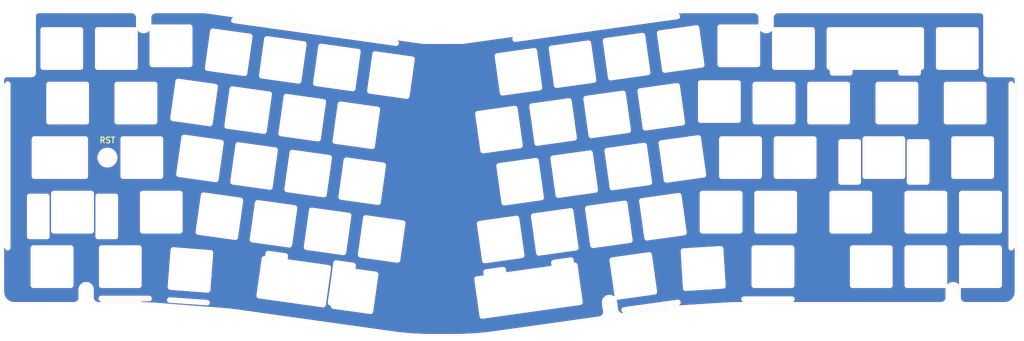
<source format=kicad_pcb>
(kicad_pcb (version 20221018) (generator pcbnew)
  (layers (0 "F.Cu" signal) (31 "B.Cu" signal) (34 "B.Paste" user) (35 "F.Paste" user) (36 "B.SilkS" user "B.Silkscreen") (37 "F.SilkS" user "F.Silkscreen") (38 "B.Mask" user) (39 "F.Mask" user) (44 "Edge.Cuts" user))
  (net 0 "")
  (gr_arc (start 314.223483 106.492237) (mid 313.86989 106.345806) (end 313.723482 105.992236) (stroke (width 0.05)) (layer "Edge.Cuts"))
  (gr_line (start 84.020283 69.642235) (end 84.020282 72.442236) (stroke (width 0.05)) (layer "Edge.Cuts"))
  (gr_arc (start 248.938454 95.620519) (mid 249.308961 95.716332) (end 249.503175 96.046066) (stroke (width 0.05)) (layer "Edge.Cuts"))
  (gr_line (start 361.647283 163.142236) (end 361.647284 150.142235) (stroke (width 0.05)) (layer "Edge.Cuts"))
  (gr_line (start 80.159783 149.642237) (end 67.159783 149.642236) (stroke (width 0.05)) (layer "Edge.Cuts"))
  (gr_arc (start 361.647283 163.142236) (mid 361.500826 163.49578) (end 361.147283 163.642236) (stroke (width 0.05)) (layer "Edge.Cuts"))
  (gr_line (start 358.604483 73.942236) (end 358.604483 86.942235) (stroke (width 0.05)) (layer "Edge.Cuts"))
  (gr_arc (start 225.929842 93.754539) (mid 225.559339 93.658729) (end 225.365121 93.328992) (stroke (width 0.05)) (layer "Edge.Cuts"))
  (gr_arc (start 131.086212 97.184449) (mid 131.28043 96.854697) (end 131.650933 96.758902) (stroke (width 0.05)) (layer "Edge.Cuts"))
  (gr_line (start 308.673482 105.992236) (end 308.673483 92.992236) (stroke (width 0.05)) (layer "Edge.Cuts"))
  (gr_line (start 258.060416 152.050157) (end 245.186931 153.859407) (stroke (width 0.05)) (layer "Edge.Cuts"))
  (gr_line (start 61.788783 92.492237) (end 48.788783 92.492236) (stroke (width 0.05)) (layer "Edge.Cuts"))
  (gr_arc (start 41.553033 132.092235) (mid 41.699467 131.738656) (end 42.053033 131.592237) (stroke (width 0.05)) (layer "Edge.Cuts"))
  (gr_arc (start 354.935106 112.542236) (mid 355.288672 112.688671) (end 355.435106 113.042236) (stroke (width 0.05)) (layer "Edge.Cuts"))
  (gr_line (start 295.759782 144.592236) (end 308.759783 144.592236) (stroke (width 0.05)) (layer "Edge.Cuts"))
  (gr_arc (start 155.224266 94.467374) (mid 155.030042 94.797109) (end 154.659545 94.89292) (stroke (width 0.05)) (layer "Edge.Cuts"))
  (gr_line (start 347.647283 150.142237) (end 347.647283 163.142236) (stroke (width 0.05)) (layer "Edge.Cuts"))
  (gr_line (start 62.288782 105.992237) (end 62.288783 92.992236) (stroke (width 0.05)) (layer "Edge.Cuts"))
  (gr_line (start 290.209783 144.092236) (end 290.209783 131.092237) (stroke (width 0.05)) (layer "Edge.Cuts"))
  (gr_line (start 211.43262 77.672618) (end 268.02644 69.718876) (stroke (width 0.05)) (layer "Edge.Cuts"))
  (gr_line (start 261.871428 113.545037) (end 263.680678 126.418522) (stroke (width 0.05)) (layer "Edge.Cuts"))
  (gr_arc (start 224.142214 118.847531) (mid 224.23801 118.47701) (end 224.567761 118.282812) (stroke (width 0.05)) (layer "Edge.Cuts"))
  (gr_arc (start 148.416124 155.311999) (mid 148.610355 154.982284) (end 148.980845 154.886452) (stroke (width 0.05)) (layer "Edge.Cuts"))
  (gr_line (start 90.968602 167.799696) (end 103.927866 168.711067) (stroke (width 0.05)) (layer "Edge.Cuts"))
  (gr_line (start 301.129483 69.642236) (end 301.129484 72.442236) (stroke (width 0.05)) (layer "Edge.Cuts"))
  (gr_line (start 91.643151 150.773667) (end 90.645803 163.735352) (stroke (width 0.05)) (layer "Edge.Cuts"))
  (gr_line (start 338.035982 106.492237) (end 351.035983 106.492236) (stroke (width 0.05)) (layer "Edge.Cuts"))
  (gr_line (start 113.216122 71.109858) (end 169.809943 79.0636) (stroke (width 0.05)) (layer "Edge.Cuts"))
  (gr_arc (start 63.491034 130.592237) (mid 63.84458 130.738682) (end 63.991033 131.092236) (stroke (width 0.05)) (layer "Edge.Cuts"))
  (gr_arc (start 137.743362 78.377921) (mid 138.073093 78.572154) (end 138.168908 78.942641) (stroke (width 0.05)) (layer "Edge.Cuts"))
  (gr_arc (start 244.794447 91.103292) (mid 244.423952 91.007482) (end 244.229728 90.677744) (stroke (width 0.05)) (layer "Edge.Cuts"))
  (gr_line (start 61.472433 111.542237) (end 43.709933 111.542236) (stroke (width 0.05)) (layer "Edge.Cuts"))
  (gr_line (start 48.553033 146.092236) (end 48.553034 132.092236) (stroke (width 0.05)) (layer "Edge.Cuts"))
  (gr_arc (start 258.060416 152.050157) (mid 258.430938 152.145954) (end 258.625137 152.475704) (stroke (width 0.05)) (layer "Edge.Cuts"))
  (gr_line (start 63.953583 164.642236) (end 63.953583 167.442236) (stroke (width 0.05)) (layer "Edge.Cuts"))
  (gr_arc (start 144.524418 98.56815) (mid 144.854164 98.762374) (end 144.949965 99.132873) (stroke (width 0.05)) (layer "Edge.Cuts"))
  (gr_line (start 367.197283 144.592236) (end 380.197282 144.592236) (stroke (width 0.05)) (layer "Edge.Cuts"))
  (gr_arc (start 108.860108 112.793075) (mid 109.189848 112.987296) (end 109.285656 113.357795) (stroke (width 0.05)) (layer "Edge.Cuts"))
  (gr_line (start 239.228874 91.380569) (end 237.419624 78.507084) (stroke (width 0.05)) (layer "Edge.Cuts"))
  (gr_line (start 271.915676 170.408809) (end 284.669421 169.628757) (stroke (width 0.05)) (layer "Edge.Cuts"))
  (gr_arc (start 156.607969 81.029168) (mid 156.937675 81.223405) (end 157.033516 81.593889) (stroke (width 0.05)) (layer "Edge.Cuts"))
  (gr_line (start 34.872443 150.007351) (end 34.872443 92.857351) (stroke (width 0.05)) (layer "Edge.Cuts"))
  (gr_arc (start 107.476404 126.23128) (mid 107.282181 126.561027) (end 106.911685 126.656828) (stroke (width 0.05)) (layer "Edge.Cuts"))
  (gr_line (start 133.122069 149.072758) (end 134.931317 136.199273) (stroke (width 0.05)) (layer "Edge.Cuts"))
  (gr_line (start 119.683863 147.689056) (end 132.557347 149.498307) (stroke (width 0.05)) (layer "Edge.Cuts"))
  (gr_line (start 363.953356 112.042237) (end 363.953356 125.042237) (stroke (width 0.05)) (layer "Edge.Cuts"))
  (gr_arc (start 380.697284 163.142237) (mid 380.550826 163.495781) (end 380.197283 163.642236) (stroke (width 0.05)) (layer "Edge.Cuts"))
  (gr_arc (start 294.729483 67.642236) (mid 296.143659 68.228038) (end 296.729483 69.642236) (stroke (width 0.05)) (layer "Edge.Cuts"))
  (gr_arc (start 347.647283 131.092236) (mid 347.793719 130.738673) (end 348.147283 130.592236) (stroke (width 0.05)) (layer "Edge.Cuts"))
  (gr_arc (start 46.245283 73.942237) (mid 46.391718 73.588674) (end 46.745282 73.442235) (stroke (width 0.05)) (layer "Edge.Cuts"))
  (gr_arc (start 61.472433 111.542237) (mid 61.82598 111.688682) (end 61.972433 112.042236) (stroke (width 0.05)) (layer "Edge.Cuts"))
  (gr_line (start 309.259783 144.092236) (end 309.259783 131.092236) (stroke (width 0.05)) (layer "Edge.Cuts"))
  (gr_line (start 249.524798 134.012544) (end 236.651314 135.821796) (stroke (width 0.05)) (layer "Edge.Cuts"))
  (gr_arc (start 105.411501 106.703862) (mid 105.217282 107.033619) (end 104.846781 107.129409) (stroke (width 0.05)) (layer "Edge.Cuts"))
  (gr_arc (start 363.953356 112.042237) (mid 364.09979 111.688664) (end 364.453356 111.542236) (stroke (width 0.05)) (layer "Edge.Cuts"))
  (gr_line (start 148.416124 155.311999) (end 146.467701 169.175752) (stroke (width 0.05)) (layer "Edge.Cuts"))
  (gr_arc (start 175.472575 83.680416) (mid 175.802299 83.874652) (end 175.898123 84.245137) (stroke (width 0.05)) (layer "Edge.Cuts"))
  (gr_line (start 331.059106 112.542235) (end 325.059107 112.542236) (stroke (width 0.05)) (layer "Edge.Cuts"))
  (gr_line (start 249.463033 172.240471) (end 268.234943 169.62207) (stroke (width 0.05)) (layer "Edge.Cuts"))
  (gr_line (start 153.370378 138.2858) (end 140.496892 136.47655) (stroke (width 0.05)) (layer "Edge.Cuts"))
  (gr_line (start 77.620283 67.642237) (end 45.245282 67.642236) (stroke (width 0.05)) (layer "Edge.Cuts"))
  (gr_line (start 160.650668 95.734919) (end 173.524152 97.544169) (stroke (width 0.05)) (layer "Edge.Cuts"))
  (gr_arc (start 199.973838 174.351279) (mid 199.603327 174.255468) (end 199.409117 173.925731) (stroke (width 0.05)) (layer "Edge.Cuts"))
  (gr_arc (start 321.453534 131.092237) (mid 321.599967 130.738657) (end 321.953533 130.592236) (stroke (width 0.05)) (layer "Edge.Cuts"))
  (gr_line (start 307.809833 149.642235) (end 294.809833 149.642237) (stroke (width 0.05)) (layer "Edge.Cuts"))
  (gr_arc (start 220.950611 132.423841) (mid 220.854783 132.794327) (end 220.525062 132.988562) (stroke (width 0.05)) (layer "Edge.Cuts"))
  (gr_line (start 383.916193 150.007351) (end 383.916193 92.857351) (stroke (width 0.05)) (layer "Edge.Cuts"))
  (gr_arc (start 80.659783 163.142236) (mid 80.513326 163.49578) (end 80.159783 163.642237) (stroke (width 0.05)) (layer "Edge.Cuts"))
  (gr_arc (start 223.555871 80.455507) (mid 223.651676 80.084991) (end 223.981418 79.890787) (stroke (width 0.05)) (layer "Edge.Cuts"))
  (gr_line (start 87.666183 111.542236) (end 74.666183 111.542237) (stroke (width 0.05)) (layer "Edge.Cuts"))
  (gr_line (start 124.06859 153.404918) (end 123.982437 153.39281) (stroke (width 0.05)) (layer "Edge.Cuts"))
  (gr_line (start 150.63202 132.80132) (end 163.505506 134.610571) (stroke (width 0.05)) (layer "Edge.Cuts"))
  (gr_arc (start 226.516185 132.146565) (mid 226.145712 132.05073) (end 225.951465 131.721017) (stroke (width 0.05)) (layer "Edge.Cuts"))
  (gr_arc (start 94.947283 144.092236) (mid 94.800826 144.44578) (end 94.447283 144.592236) (stroke (width 0.05)) (layer "Edge.Cuts"))
  (gr_line (start 296.404483 85.984937) (end 296.404483 72.984937) (stroke (width 0.05)) (layer "Edge.Cuts"))
  (gr_arc (start 134.505771 135.634553) (mid 134.835482 135.828789) (end 134.931317 136.199273) (stroke (width 0.05)) (layer "Edge.Cuts"))
  (gr_line (start 148.567116 113.273902) (end 161.440601 115.083153) (stroke (width 0.05)) (layer "Edge.Cuts"))
  (gr_arc (start 119.683863 147.689056) (mid 119.354119 147.494832) (end 119.258316 147.124336) (stroke (width 0.05)) (layer "Edge.Cuts"))
  (gr_arc (start 255.71951 75.43029) (mid 256.090026 75.526086) (end 256.28423 75.855836) (stroke (width 0.05)) (layer "Edge.Cuts"))
  (gr_arc (start 361.848483 106.492237) (mid 361.49489 106.345806) (end 361.348482 105.992236) (stroke (width 0.05)) (layer "Edge.Cuts"))
  (gr_arc (start 321.004482 87.442236) (mid 320.650891 87.295806) (end 320.504482 86.942237) (stroke (width 0.05)) (layer "Edge.Cuts"))
  (gr_arc (start 154.922453 155.721491) (mid 155.252158 155.915724) (end 155.348001 156.286211) (stroke (width 0.05)) (layer "Edge.Cuts"))
  (gr_line (start 377.453356 111.542237) (end 364.453356 111.542236) (stroke (width 0.05)) (layer "Edge.Cuts"))
  (gr_line (start 213.583212 114.222047) (end 211.77396 101.348562) (stroke (width 0.05)) (layer "Edge.Cuts"))
  (gr_line (start 100.393708 144.473087) (end 102.202959 131.599603) (stroke (width 0.05)) (layer "Edge.Cuts"))
  (gr_line (start 155.224266 94.467374) (end 157.033516 81.593889) (stroke (width 0.05)) (layer "Edge.Cuts"))
  (gr_line (start 331.559106 127.042236) (end 331.559107 113.042237) (stroke (width 0.05)) (layer "Edge.Cuts"))
  (gr_line (start 296.729482 72.442236) (end 296.729483 69.642236) (stroke (width 0.05)) (layer "Edge.Cuts"))
  (gr_arc (start 115.641165 132.983305) (mid 115.970857 133.177543) (end 116.066712 133.548026) (stroke (width 0.05)) (layer "Edge.Cuts"))
  (gr_line (start 380.697284 163.142237) (end 380.697283 150.142236) (stroke (width 0.05)) (layer "Edge.Cuts"))
  (gr_arc (start 282.990856 112.042236) (mid 283.137291 111.688664) (end 283.490856 111.542236) (stroke (width 0.05)) (layer "Edge.Cuts"))
  (gr_arc (start 211.795584 139.31504) (mid 212.166067 139.410867) (end 212.360304 139.740587) (stroke (width 0.05)) (layer "Edge.Cuts"))
  (gr_line (start 72.101283 92.992236) (end 72.101283 105.992236) (stroke (width 0.05)) (layer "Edge.Cuts"))
  (gr_arc (start 302.540856 125.542237) (mid 302.18728 125.395797) (end 302.040855 125.042236) (stroke (width 0.05)) (layer "Edge.Cuts"))
  (gr_arc (start 309.259783 144.092236) (mid 309.113326 144.44578) (end 308.759783 144.592236) (stroke (width 0.05)) (layer "Edge.Cuts"))
  (gr_line (start 354.935106 112.542236) (end 348.935106 112.542236) (stroke (width 0.05)) (layer "Edge.Cuts"))
  (gr_arc (start 78.795283 73.442235) (mid 79.148798 73.588698) (end 79.295282 73.942236) (stroke (width 0.05)) (layer "Edge.Cuts"))
  (gr_line (start 67.159783 163.642236) (end 80.159783 163.642237) (stroke (width 0.05)) (layer "Edge.Cuts"))
  (gr_line (start 282.404483 72.984936) (end 282.404483 85.984936) (stroke (width 0.05)) (layer "Edge.Cuts"))
  (gr_line (start 322.091483 89.442237) (end 328.091483 89.442236) (stroke (width 0.05)) (layer "Edge.Cuts"))
  (gr_arc (start 114.286509 114.060621) (mid 114.480734 113.730885) (end 114.85123 113.635072) (stroke (width 0.05)) (layer "Edge.Cuts"))
  (gr_line (start 267.80306 92.969271) (end 254.929576 94.778522) (stroke (width 0.05)) (layer "Edge.Cuts"))
  (gr_arc (start 211.20924 100.923014) (mid 211.579732 101.018825) (end 211.77396 101.348562) (stroke (width 0.05)) (layer "Edge.Cuts"))
  (gr_arc (start 361.147283 149.642236) (mid 361.500797 149.788699) (end 361.647284 150.142235) (stroke (width 0.05)) (layer "Edge.Cuts"))
  (gr_line (start 283.024453 149.892367) (end 270.048702 150.685998) (stroke (width 0.05)) (layer "Edge.Cuts"))
  (gr_line (start 230.073847 98.271767) (end 217.200363 100.081018) (stroke (width 0.05)) (layer "Edge.Cuts"))
  (gr_line (start 372.604483 86.942236) (end 372.604482 73.942236) (stroke (width 0.05)) (layer "Edge.Cuts"))
  (gr_arc (start 200.756018 158.589023) (mid 200.851818 158.218509) (end 201.181565 158.024303) (stroke (width 0.05)) (layer "Edge.Cuts"))
  (gr_line (start 232.447818 111.570799) (end 230.638568 98.697314) (stroke (width 0.05)) (layer "Edge.Cuts"))
  (gr_line (start 313.723483 92.992236) (end 313.723482 105.992236) (stroke (width 0.05)) (layer "Edge.Cuts"))
  (gr_line (start 162.794756 158.847527) (end 155.634375 157.8412) (stroke (width 0.05)) (layer "Edge.Cuts"))
  (gr_arc (start 283.490856 125.542236) (mid 283.137282 125.395797) (end 282.990856 125.042237) (stroke (width 0.05)) (layer "Edge.Cuts"))
  (gr_line (start 302.040856 112.042236) (end 302.040855 125.042236) (stroke (width 0.05)) (layer "Edge.Cuts"))
  (gr_arc (start 276.709783 144.592236) (mid 276.356191 144.445806) (end 276.209783 144.092236) (stroke (width 0.05)) (layer "Edge.Cuts"))
  (gr_line (start 133.715837 116.28632) (end 146.589322 118.095571) (stroke (width 0.05)) (layer "Edge.Cuts"))
  (gr_line (start 42.847283 150.142236) (end 42.847282 163.142236) (stroke (width 0.05)) (layer "Edge.Cuts"))
  (gr_arc (start 174.088871 97.118622) (mid 173.894636 97.448328) (end 173.524152 97.544169) (stroke (width 0.05)) (layer "Edge.Cuts"))
  (gr_arc (start 124.276109 109.355108) (mid 124.081879 109.684841) (end 123.711388 109.780658) (stroke (width 0.05)) (layer "Edge.Cuts"))
  (gr_arc (start 264.245399 126.84407) (mid 263.874915 126.748241) (end 263.680678 126.418522) (stroke (width 0.05)) (layer "Edge.Cuts"))
  (gr_arc (start 308.309833 163.142237) (mid 308.163373 163.495763) (end 307.809833 163.642236) (stroke (width 0.05)) (layer "Edge.Cuts"))
  (gr_line (start 295.904483 72.484936) (end 282.904483 72.484937) (stroke (width 0.05)) (layer "Edge.Cuts"))
  (gr_line (start 108.860108 112.793075) (end 95.986623 110.983824) (stroke (width 0.05)) (layer "Edge.Cuts"))
  (gr_line (start 122.495906 89.867704) (end 124.305155 76.994219) (stroke (width 0.05)) (layer "Edge.Cuts"))
  (gr_arc (start 112.221604 94.533201) (mid 112.415834 94.203476) (end 112.786326 94.107653) (stroke (width 0.05)) (layer "Edge.Cuts"))
  (gr_arc (start 42.053032 146.592237) (mid 41.699473 146.445788) (end 41.553034 146.092236) (stroke (width 0.05)) (layer "Edge.Cuts"))
  (gr_arc (start 386.097283 165.442237) (mid 384.925699 168.270654) (end 382.097283 169.442236) (stroke (width 0.05)) (layer "Edge.Cuts"))
  (gr_line (start 65.929033 146.592237) (end 71.929033 146.592236) (stroke (width 0.05)) (layer "Edge.Cuts"))
  (gr_arc (start 232.447818 111.570799) (mid 232.352011 111.941313) (end 232.022272 112.135521) (stroke (width 0.05)) (layer "Edge.Cuts"))
  (gr_line (start 351.035983 92.492236) (end 338.035983 92.492236) (stroke (width 0.05)) (layer "Edge.Cuts"))
  (gr_line (start 359.104482 87.442236) (end 372.104482 87.442237) (stroke (width 0.05)) (layer "Edge.Cuts"))
  (gr_line (start 220.950611 132.423841) (end 219.141361 119.550356) (stroke (width 0.05)) (layer "Edge.Cuts"))
  (gr_arc (start 235.639422 97.99449) (mid 235.735237 97.623998) (end 236.064968 97.42977) (stroke (width 0.05)) (layer "Edge.Cuts"))
  (gr_arc (start 200.870523 154.988044) (mid 200.50003 154.892225) (end 200.305802 154.562495) (stroke (width 0.05)) (layer "Edge.Cuts"))
  (gr_line (start 81.447283 144.592236) (end 94.447283 144.592236) (stroke (width 0.05)) (layer "Edge.Cuts"))
  (gr_line (start 321.591483 87.942235) (end 321.591483 88.942235) (stroke (width 0.05)) (layer "Edge.Cuts"))
  (gr_arc (start 295.173482 106.492236) (mid 294.819891 106.345805) (end 294.673483 105.992236) (stroke (width 0.05)) (layer "Edge.Cuts"))
  (gr_line (start 86.525845 169.736961) (end 108.767825 171.448388) (stroke (width 0.05)) (layer "Edge.Cuts"))
  (gr_arc (start 268.09577 168.631802) (mid 268.660439 169.057318) (end 268.234943 169.62207) (stroke (width 0.05)) (layer "Edge.Cuts"))
  (gr_line (start 84.845283 86.484937) (end 97.845283 86.484936) (stroke (width 0.05)) (layer "Edge.Cuts"))
  (gr_arc (start 291.253693 168.469851) (mid 290.753792 167.9699) (end 291.253693 167.46985) (stroke (width 0.05)) (layer "Edge.Cuts"))
  (gr_line (start 80.947283 131.092236) (end 80.947282 144.092236) (stroke (width 0.05)) (layer "Edge.Cuts"))
  (gr_line (start 274.584116 72.779041) (end 261.710631 74.588291) (stroke (width 0.05)) (layer "Edge.Cuts"))
  (gr_arc (start 198.496553 141.68901) (mid 198.59236 141.318513) (end 198.922099 141.12429) (stroke (width 0.05)) (layer "Edge.Cuts"))
  (gr_line (start 380.197283 130.592236) (end 367.197283 130.592237) (stroke (width 0.05)) (layer "Edge.Cuts"))
  (gr_line (start 43.745283 69.142236) (end 43.745283 88.992236) (stroke (width 0.05)) (layer "Edge.Cuts"))
  (gr_line (start 361.647283 144.092236) (end 361.647283 131.092236) (stroke (width 0.05)) (layer "Edge.Cuts"))
  (gr_arc (start 234.495552 168.994655) (mid 234.399716 169.365116) (end 234.070005 169.559375) (stroke (width 0.05)) (layer "Edge.Cuts"))
  (gr_line (start 104.056847 87.781177) (end 116.930332 89.590425) (stroke (width 0.05)) (layer "Edge.Cuts"))
  (gr_arc (start 361.972284 164.642236) (mid 364.172283 162.442236) (end 366.372282 164.642237) (stroke (width 0.05)) (layer "Edge.Cuts"))
  (gr_arc (start 49.991033 131.092236) (mid 50.137467 130.738656) (end 50.491034 130.592236) (stroke (width 0.05)) (layer "Edge.Cuts"))
  (gr_line (start 56.847282 163.142236) (end 56.847282 150.142237) (stroke (width 0.05)) (layer "Edge.Cuts"))
  (gr_line (start 244.761383 154.424128) (end 246.570634 167.297613) (stroke (width 0.05)) (layer "Edge.Cuts"))
  (gr_arc (start 268.7672 67.739555) (mid 269.461366 67.666593) (end 270.158931 67.642236) (stroke (width 0.05)) (layer "Edge.Cuts"))
  (gr_line (start 74.666183 125.542237) (end 87.666182 125.542236) (stroke (width 0.05)) (layer "Edge.Cuts"))
  (gr_line (start 124.869877 76.568671) (end 137.743362 78.377921) (stroke (width 0.05)) (layer "Edge.Cuts"))
  (gr_arc (start 308.759783 130.592237) (mid 309.113297 130.7387) (end 309.259783 131.092236) (stroke (width 0.05)) (layer "Edge.Cuts"))
  (gr_line (start 247.135354 167.72316) (end 260.008839 165.91391) (stroke (width 0.05)) (layer "Edge.Cuts"))
  (gr_arc (start 256.305853 113.822314) (mid 256.676336 113.918131) (end 256.870575 114.24786) (stroke (width 0.05)) (layer "Edge.Cuts"))
  (gr_line (start 94.038201 124.847577) (end 106.911685 126.656828) (stroke (width 0.05)) (layer "Edge.Cuts"))
  (gr_line (start 342.097283 149.642236) (end 329.097283 149.642236) (stroke (width 0.05)) (layer "Edge.Cuts"))
  (gr_line (start 268.7672 67.739555) (end 193.630013 78.299397) (stroke (width 0.05)) (layer "Edge.Cuts"))
  (gr_line (start 80.659783 163.142236) (end 80.659784 150.142236) (stroke (width 0.05)) (layer "Edge.Cuts"))
  (gr_arc (start 86.101283 105.992236) (mid 85.954826 106.345781) (end 85.601282 106.492236) (stroke (width 0.05)) (layer "Edge.Cuts"))
  (gr_line (start 282.990856 112.042236) (end 282.990856 125.042237) (stroke (width 0.05)) (layer "Edge.Cuts"))
  (gr_line (start 116.066712 133.548026) (end 114.25746 146.421511) (stroke (width 0.05)) (layer "Edge.Cuts"))
  (gr_arc (start 83.688068 167.2636) (mid 84.188045 167.763601) (end 83.688068 168.263599) (stroke (width 0.05)) (layer "Edge.Cuts"))
  (gr_arc (start 345.967483 89.442236) (mid 345.613891 89.295806) (end 345.467482 88.942236) (stroke (width 0.05)) (layer "Edge.Cuts"))
  (gr_arc (start 233.034161 149.962823) (mid 232.93834 150.333307) (end 232.608614 150.527545) (stroke (width 0.05)) (layer "Edge.Cuts"))
  (gr_arc (start 314.954483 73.442236) (mid 315.307998 73.588699) (end 315.454482 73.942237) (stroke (width 0.05)) (layer "Edge.Cuts"))
  (gr_arc (start 48.053033 131.592236) (mid 48.40658 131.738681) (end 48.553034 132.092236) (stroke (width 0.05)) (layer "Edge.Cuts"))
  (gr_arc (start 78.853943 169.442236) (mid 82.692724 169.515944) (end 86.525845 169.736961) (stroke (width 0.05)) (layer "Edge.Cuts"))
  (gr_line (start 255.71951 75.43029) (end 242.846025 77.239539) (stroke (width 0.05)) (layer "Edge.Cuts"))
  (gr_line (start 283.490856 125.542236) (end 296.490856 125.542236) (stroke (width 0.05)) (layer "Edge.Cuts"))
  (gr_arc (start 84.845283 86.484937) (mid 84.49169 86.338506) (end 84.345282 85.984936) (stroke (width 0.05)) (layer "Edge.Cuts"))
  (gr_arc (start 146.288225 156.527684) (mid 146.617952 156.72191) (end 146.713771 157.092405) (stroke (width 0.05)) (layer "Edge.Cuts"))
  (gr_arc (start 230.766814 153.866367) (mid 231.137335 153.962165) (end 231.331535 154.291916) (stroke (width 0.05)) (layer "Edge.Cuts"))
  (gr_line (start 263.659055 88.452044) (end 276.53254 86.642794) (stroke (width 0.05)) (layer "Edge.Cuts"))
  (gr_line (start 125.659811 95.916904) (end 112.786326 94.107653) (stroke (width 0.05)) (layer "Edge.Cuts"))
  (gr_line (start 324.559106 113.042236) (end 324.559106 127.042237) (stroke (width 0.05)) (layer "Edge.Cuts"))
  (gr_arc (start 315.540855 111.542235) (mid 315.894389 111.688689) (end 316.040856 112.042237) (stroke (width 0.05)) (layer "Edge.Cuts"))
  (gr_arc (start 219.148786 113.94477) (mid 218.778311 113.848936) (end 218.584064 113.519223) (stroke (width 0.05)) (layer "Edge.Cuts"))
  (gr_line (start 61.972433 125.042236) (end 61.972433 112.042236) (stroke (width 0.05)) (layer "Edge.Cuts"))
  (gr_arc (start 347.647283 150.142237) (mid 347.793719 149.788673) (end 348.147283 149.642236) (stroke (width 0.05)) (layer "Edge.Cuts"))
  (gr_line (start 103.029715 67.642236) (end 86.020283 67.642236) (stroke (width 0.05)) (layer "Edge.Cuts"))
  (gr_arc (start 59.745282 73.442236) (mid 60.098797 73.588699) (end 60.245283 73.942236) (stroke (width 0.05)) (layer "Edge.Cuts"))
  (gr_line (start 72.601282 106.492236) (end 85.601282 106.492236) (stroke (width 0.05)) (layer "Edge.Cuts"))
  (gr_arc (start 102.202959 131.599603) (mid 102.39719 131.269901) (end 102.767679 131.174056) (stroke (width 0.05)) (layer "Edge.Cuts"))
  (gr_arc (start 263.659055 88.452044) (mid 263.288543 88.356239) (end 263.094335 88.026497) (stroke (width 0.05)) (layer "Edge.Cuts"))
  (gr_line (start 146.893248 169.740473) (end 147.121753 169.772587) (stroke (width 0.05)) (layer "Edge.Cuts"))
  (gr_line (start 32.684783 91.492236) (end 32.684783 165.442236) (stroke (width 0.05)) (layer "Edge.Cuts"))
  (gr_line (start 290.774275 169.442236) (end 359.972283 169.442236) (stroke (width 0.05)) (layer "Edge.Cuts"))
  (gr_arc (start 217.361157 139.037763) (mid 217.456982 138.66727) (end 217.786706 138.473042) (stroke (width 0.05)) (layer "Edge.Cuts"))
  (gr_line (start 325.059106 127.542236) (end 331.059106 127.542236) (stroke (width 0.05)) (layer "Edge.Cuts"))
  (gr_arc (start 155.634375 157.8412) (mid 155.304647 157.646976) (end 155.208828 157.276478) (stroke (width 0.05)) (layer "Edge.Cuts"))
  (gr_line (start 48.788783 106.492236) (end 61.788783 106.492237) (stroke (width 0.05)) (layer "Edge.Cuts"))
  (gr_line (start 198.025413 160.487526) (end 200.469643 160.144012) (stroke (width 0.05)) (layer "Edge.Cuts"))
  (gr_line (start 268.954125 131.786844) (end 270.763375 144.660329) (stroke (width 0.05)) (layer "Edge.Cuts"))
  (gr_line (start 332.997106 112.042236) (end 332.997105 125.042236) (stroke (width 0.05)) (layer "Edge.Cuts"))
  (gr_line (start 238.599736 149.685549) (end 251.473221 147.876296) (stroke (width 0.05)) (layer "Edge.Cuts"))
  (gr_line (start 386.097283 165.442237) (end 386.097282 91.492236) (stroke (width 0.05)) (layer "Edge.Cuts"))
  (gr_arc (start 139.932173 136.902098) (mid 140.126401 136.572361) (end 140.496892 136.47655) (stroke (width 0.05)) (layer "Edge.Cuts"))
  (gr_arc (start 162.03437 82.296713) (mid 162.228594 81.966964) (end 162.59909 81.871166) (stroke (width 0.05)) (layer "Edge.Cuts"))
  (gr_line (start 224.567761 118.282812) (end 237.441246 116.473562) (stroke (width 0.05)) (layer "Edge.Cuts"))
  (gr_arc (start 351.535983 105.992236) (mid 351.389526 106.34578) (end 351.035983 106.492236) (stroke (width 0.05)) (layer "Edge.Cuts"))
  (gr_line (start 380.697283 144.092236) (end 380.697283 131.092236) (stroke (width 0.05)) (layer "Edge.Cuts"))
  (gr_arc (start 384.916193 150.00735) (mid 384.416194 150.507349) (end 383.916193 150.007351) (stroke (width 0.05)) (layer "Edge.Cuts"))
  (gr_arc (start 380.197284 149.642235) (mid 380.5508 149.788698) (end 380.697283 150.142236) (stroke (width 0.05)) (layer "Edge.Cuts"))
  (gr_line (start 270.337828 145.22505) (end 257.464344 147.0343) (stroke (width 0.05)) (layer "Edge.Cuts"))
  (gr_arc (start 211.43262 77.672618) (mid 210.867926 77.247084) (end 211.293447 76.682351) (stroke (width 0.05)) (layer "Edge.Cuts"))
  (gr_line (start 65.795282 87.442237) (end 78.795283 87.442235) (stroke (width 0.05)) (layer "Edge.Cuts"))
  (gr_arc (start 48.553033 146.092236) (mid 48.406574 146.445763) (end 48.053034 146.592236) (stroke (width 0.05)) (layer "Edge.Cuts"))
  (gr_line (start 384.597284 89.992236) (end 376.104483 89.992236) (stroke (width 0.05)) (layer "Edge.Cuts"))
  (gr_arc (start 117.495051 89.164879) (mid 117.300826 89.494603) (end 116.930332 89.590425) (stroke (width 0.05)) (layer "Edge.Cuts"))
  (gr_arc (start 268.389404 131.361297) (mid 268.75986 131.457136) (end 268.954125 131.786844) (stroke (width 0.05)) (layer "Edge.Cuts"))
  (gr_arc (start 108.767825 171.448388) (mid 111.895858 171.738567) (end 115.013232 172.126856) (stroke (width 0.05)) (layer "Edge.Cuts"))
  (gr_line (start 124.772484 151.989103) (end 124.633311 152.979371) (stroke (width 0.05)) (layer "Edge.Cuts"))
  (gr_arc (start 59.553584 164.642235) (mid 61.753584 162.442238) (end 63.953583 164.642236) (stroke (width 0.05)) (layer "Edge.Cuts"))
  (gr_line (start 320.504483 73.942236) (end 320.504482 86.942237) (stroke (width 0.05)) (layer "Edge.Cuts"))
  (gr_arc (start 261.871428 113.545037) (mid 261.967222 113.174516) (end 262.296975 112.980317) (stroke (width 0.05)) (layer "Edge.Cuts"))
  (gr_line (start 217.990296 80.732785) (end 205.116812 82.542034) (stroke (width 0.05)) (layer "Edge.Cuts"))
  (gr_arc (start 284.669421 169.628757) (mid 287.720424 169.488879) (end 290.774275 169.442236) (stroke (width 0.05)) (layer "Edge.Cuts"))
  (gr_arc (start 315.454483 86.942237) (mid 315.308025 87.295781) (end 314.954482 87.442236) (stroke (width 0.05)) (layer "Edge.Cuts"))
  (gr_arc (start 67.159783 163.642236) (mid 66.806191 163.495806) (end 66.659783 163.142236) (stroke (width 0.05)) (layer "Edge.Cuts"))
  (gr_line (start 144.524418 98.56815) (end 131.650933 96.758902) (stroke (width 0.05)) (layer "Edge.Cuts"))
  (gr_line (start 264.245399 126.84407) (end 277.118883 125.034819) (stroke (width 0.05)) (layer "Edge.Cuts"))
  (gr_arc (start 230.660191 136.663792) (mid 231.030656 136.759625) (end 231.224911 137.089339) (stroke (width 0.05)) (layer "Edge.Cuts"))
  (gr_arc (start 289.123483 91.962436) (mid 289.476998 92.108899) (end 289.623484 92.462436) (stroke (width 0.05)) (layer "Edge.Cuts"))
  (gr_line (start 200.870523 154.988044) (end 213.744008 153.178791) (stroke (width 0.05)) (layer "Edge.Cuts"))
  (gr_arc (start 230.073847 98.271767) (mid 230.444347 98.367579) (end 230.638568 98.697314) (stroke (width 0.05)) (layer "Edge.Cuts"))
  (gr_arc (start 162.005322 114.657604) (mid 161.811093 114.987345) (end 161.440601 115.083153) (stroke (width 0.05)) (layer "Edge.Cuts"))
  (gr_line (start 141.786059 93.083672) (end 154.659545 94.89292) (stroke (width 0.05)) (layer "Edge.Cuts"))
  (gr_line (start 361.972282 167.442237) (end 361.972284 164.642236) (stroke (width 0.05)) (layer "Edge.Cuts"))
  (gr_arc (start 296.404483 85.984937) (mid 296.258026 86.338481) (end 295.904483 86.484936) (stroke (width 0.05)) (layer "Edge.Cuts"))
  (gr_line (start 170.851281 154.375254) (end 172.660532 141.501769) (stroke (width 0.05)) (layer "Edge.Cuts"))
  (gr_arc (start 254.504028 95.343241) (mid 254.599866 94.972781) (end 254.929576 94.778522) (stroke (width 0.05)) (layer "Edge.Cuts"))
  (gr_line (start 337.535983 92.992236) (end 337.535983 105.992237) (stroke (width 0.05)) (layer "Edge.Cuts"))
  (gr_line (start 246.457573 168.828225) (end 246.84726 171.600994) (stroke (width 0.05)) (layer "Edge.Cuts"))
  (gr_arc (start 236.225765 136.386515) (mid 236.321567 136.015991) (end 236.651314 135.821796) (stroke (width 0.05)) (layer "Edge.Cuts"))
  (gr_line (start 135.794938 92.241674) (end 122.921454 90.432424) (stroke (width 0.05)) (layer "Edge.Cuts"))
  (gr_arc (start 242.49008 172.213355) (mid 242.106815 173.69533) (end 240.787891 174.472239) (stroke (width 0.05)) (layer "Edge.Cuts"))
  (gr_line (start 307.922443 167.46985) (end 291.253693 167.46985) (stroke (width 0.05)) (layer "Edge.Cuts"))
  (gr_line (start 48.288783 92.992236) (end 48.288782 105.992236) (stroke (width 0.05)) (layer "Edge.Cuts"))
  (gr_line (start 200.284179 116.596017) (end 213.157664 114.786767) (stroke (width 0.05)) (layer "Edge.Cuts"))
  (gr_line (start 375.104483 88.992237) (end 375.104483 69.142237) (stroke (width 0.05)) (layer "Edge.Cuts"))
  (gr_arc (start 143.169763 79.645466) (mid 143.364 79.315745) (end 143.734484 79.219918) (stroke (width 0.05)) (layer "Edge.Cuts"))
  (gr_line (start 270.177032 106.268304) (end 268.367781 93.394819) (stroke (width 0.05)) (layer "Edge.Cuts"))
  (gr_line (start 353.554482 86.942237) (end 353.554483 73.942236) (stroke (width 0.05)) (layer "Edge.Cuts"))
  (gr_line (start 256.877999 108.642275) (end 269.751484 106.833025) (stroke (width 0.05)) (layer "Edge.Cuts"))
  (gr_line (start 277.544431 124.4701) (end 275.73518 111.596614) (stroke (width 0.05)) (layer "Edge.Cuts"))
  (gr_arc (start 274.584116 72.779041) (mid 274.954642 72.874838) (end 275.148837 73.204588) (stroke (width 0.05)) (layer "Edge.Cuts"))
  (gr_line (start 220.364267 94.031816) (end 218.555018 81.158331) (stroke (width 0.05)) (layer "Edge.Cuts"))
  (gr_arc (start 93.356999 91.881953) (mid 93.551214 91.552193) (end 93.921718 91.456406) (stroke (width 0.05)) (layer "Edge.Cuts"))
  (gr_arc (start 307.922443 167.46985) (mid 308.422493 167.9699) (end 307.922443 168.46985) (stroke (width 0.05)) (layer "Edge.Cuts"))
  (gr_arc (start 205.277608 121.49878) (mid 205.373427 121.12829) (end 205.703155 120.934058) (stroke (width 0.05)) (layer "Edge.Cuts"))
  (gr_line (start 78.795283 73.442235) (end 65.795283 73.442237) (stroke (width 0.05)) (layer "Edge.Cuts"))
  (gr_arc (start 213.583212 114.222047) (mid 213.487382 114.592529) (end 213.157664 114.786767) (stroke (width 0.05)) (layer "Edge.Cuts"))
  (gr_line (start 224.825206 154.701407) (end 230.766814 153.866367) (stroke (width 0.05)) (layer "Edge.Cuts"))
  (gr_line (start 112.221604 94.533201) (end 110.412356 107.406686) (stroke (width 0.05)) (layer "Edge.Cuts"))
  (gr_line (start 301.454482 73.942236) (end 301.454484 86.942236) (stroke (width 0.05)) (layer "Edge.Cuts"))
  (gr_arc (start 145.205619 131.533775) (mid 145.011397 131.863533) (end 144.640897 131.959323) (stroke (width 0.05)) (layer "Edge.Cuts"))
  (gr_arc (start 157.413077 152.991551) (mid 157.083325 152.797331) (end 156.987527 152.426831) (stroke (width 0.05)) (layer "Edge.Cuts"))
  (gr_line (start 361.348483 92.992235) (end 361.348482 105.992236) (stroke (width 0.05)) (layer "Edge.Cuts"))
  (gr_arc (start 251.312425 108.919551) (mid 251.216593 109.290033) (end 250.886877 109.484272) (stroke (width 0.05)) (layer "Edge.Cuts"))
  (gr_arc (start 353.054482 73.442236) (mid 353.407997 73.588699) (end 353.554483 73.942236) (stroke (width 0.05)) (layer "Edge.Cuts"))
  (gr_line (start 238.005967 116.899109) (end 239.815218 129.772595) (stroke (width 0.05)) (layer "Edge.Cuts"))
  (gr_arc (start 257.464344 147.0343) (mid 257.09385 146.938489) (end 256.899622 146.608754) (stroke (width 0.05)) (layer "Edge.Cuts"))
  (gr_line (start 294.673483 92.992236) (end 294.673483 105.992236) (stroke (width 0.05)) (layer "Edge.Cuts"))
  (gr_arc (start 329.097283 163.642236) (mid 328.743691 163.495806) (end 328.597283 163.142236) (stroke (width 0.05)) (layer "Edge.Cuts"))
  (gr_line (start 50.491033 144.592236) (end 63.491033 144.592236) (stroke (width 0.05)) (layer "Edge.Cuts"))
  (gr_arc (start 224.538831 156.256393) (mid 224.443022 156.626888) (end 224.113284 156.821115) (stroke (width 0.05)) (layer "Edge.Cuts"))
  (gr_line (start 294.729483 67.642236) (end 270.158931 67.642236) (stroke (width 0.05)) (layer "Edge.Cuts"))
  (gr_line (start 295.259784 131.092236) (end 295.259783 144.092237) (stroke (width 0.05)) (layer "Edge.Cuts"))
  (gr_line (start 308.173483 92.492236) (end 295.173483 92.492236) (stroke (width 0.05)) (layer "Edge.Cuts"))
  (gr_arc (start 361.647283 144.092236) (mid 361.500826 144.44578) (end 361.147283 144.592236) (stroke (width 0.05)) (layer "Edge.Cuts"))
  (gr_arc (start 72.601282 106.492236) (mid 72.24769 106.345806) (end 72.101283 105.992236) (stroke (width 0.05)) (layer "Edge.Cuts"))
  (gr_line (start 296.990856 125.042235) (end 296.990856 112.042235) (stroke (width 0.05)) (layer "Edge.Cuts"))
  (gr_arc (start 72.101283 92.992236) (mid 72.247719 92.638673) (end 72.601283 92.492236) (stroke (width 0.05)) (layer "Edge.Cuts"))
  (gr_arc (start 113.216122 71.109858) (mid 112.790582 70.545111) (end 113.355294 70.11959) (stroke (width 0.05)) (layer "Edge.Cuts"))
  (gr_line (start 216.774815 100.645738) (end 218.584064 113.519223) (stroke (width 0.05)) (layer "Edge.Cuts"))
  (gr_arc (start 152.015723 119.363115) (mid 152.20995 119.033389) (end 152.580444 118.937567) (stroke (width 0.05)) (layer "Edge.Cuts"))
  (gr_arc (start 351.035983 92.492236) (mid 351.389498 92.638699) (end 351.535983 92.992236) (stroke (width 0.05)) (layer "Edge.Cuts"))
  (gr_arc (start 219.735128 152.336795) (mid 219.364646 152.240977) (end 219.17041 151.911249) (stroke (width 0.05)) (layer "Edge.Cuts"))
  (gr_arc (start 71.929034 131.592236) (mid 72.28258 131.738682) (end 72.429033 132.092236) (stroke (width 0.05)) (layer "Edge.Cuts"))
  (gr_arc (start 352.467483 88.942237) (mid 352.321025 89.295781) (end 351.967482 89.442236) (stroke (width 0.05)) (layer "Edge.Cuts"))
  (gr_arc (start 77.620283 67.642237) (mid 79.034457 68.228039) (end 79.620283 69.642236) (stroke (width 0.05)) (layer "Edge.Cuts"))
  (gr_arc (start 106.795204 93.265656) (mid 107.124956 93.459876) (end 107.220752 93.830378) (stroke (width 0.05)) (layer "Edge.Cuts"))
  (gr_arc (start 242.420478 77.804259) (mid 242.516305 77.433775) (end 242.846025 77.239539) (stroke (width 0.05)) (layer "Edge.Cuts"))
  (gr_line (start 335.453533 144.092236) (end 335.453533 131.092236) (stroke (width 0.05)) (layer "Edge.Cuts"))
  (gr_line (start 79.620283 72.442237) (end 79.620283 69.642236) (stroke (width 0.05)) (layer "Edge.Cuts"))
  (gr_arc (start 342.597283 163.142236) (mid 342.450826 163.495781) (end 342.097283 163.642236) (stroke (width 0.05)) (layer "Edge.Cuts"))
  (gr_line (start 275.17046 111.171066) (end 262.296975 112.980317) (stroke (width 0.05)) (layer "Edge.Cuts"))
  (gr_line (start 223.555871 80.455507) (end 225.365121 93.328992) (stroke (width 0.05)) (layer "Edge.Cuts"))
  (gr_arc (start 170.851281 154.375254) (mid 170.657063 154.705007) (end 170.286561 154.800801) (stroke (width 0.05)) (layer "Edge.Cuts"))
  (gr_arc (start 84.020282 72.442236) (mid 81.820283 74.642236) (end 79.620283 72.442237) (stroke (width 0.05)) (layer "Edge.Cuts"))
  (gr_line (start 232.035428 155.70773) (end 232.121583 155.695622) (stroke (width 0.05)) (layer "Edge.Cuts"))
  (gr_arc (start 193.630013 78.299397) (mid 192.935847 78.372359) (end 192.238282 78.396718) (stroke (width 0.05)) (layer "Edge.Cuts"))
  (gr_arc (start 380.697283 144.092236) (mid 380.550826 144.445781) (end 380.197282 144.592236) (stroke (width 0.05)) (layer "Edge.Cuts"))
  (gr_line (start 123.417715 153.818357) (end 121.608466 166.691842) (stroke (width 0.05)) (layer "Edge.Cuts"))
  (gr_line (start 276.209784 131.092237) (end 276.209783 144.092236) (stroke (width 0.05)) (layer "Edge.Cuts"))
  (gr_line (start 296.490856 111.542236) (end 283.490856 111.542236) (stroke (width 0.05)) (layer "Edge.Cuts"))
  (gr_arc (start 218.576641 119.124809) (mid 218.947134 119.22062) (end 219.141361 119.550356) (stroke (width 0.05)) (layer "Edge.Cuts"))
  (gr_line (start 72.429034 146.092236) (end 72.429033 132.092236) (stroke (width 0.05)) (layer "Edge.Cuts"))
  (gr_line (start 157.413077 152.991551) (end 170.286561 154.800801) (stroke (width 0.05)) (layer "Edge.Cuts"))
  (gr_line (start 375.348483 105.992236) (end 375.348483 92.992236) (stroke (width 0.05)) (layer "Edge.Cuts"))
  (gr_line (start 275.623483 92.462436) (end 275.623483 105.462436) (stroke (width 0.05)) (layer "Edge.Cuts"))
  (gr_arc (start 207.123174 157.189264) (mid 207.493658 157.285088) (end 207.687894 157.614812) (stroke (width 0.05)) (layer "Edge.Cuts"))
  (gr_line (start 104.604543 164.809419) (end 105.60189 151.847734) (stroke (width 0.05)) (layer "Edge.Cuts"))
  (gr_arc (start 216.774815 100.645738) (mid 216.870608 100.275213) (end 217.200363 100.081018) (stroke (width 0.05)) (layer "Edge.Cuts"))
  (gr_arc (start 207.651578 134.797812) (mid 207.281059 134.702017) (end 207.086858 134.372265) (stroke (width 0.05)) (layer "Edge.Cuts"))
  (gr_arc (start 105.141723 151.310848) (mid 105.482996 151.483992) (end 105.60189 151.847734) (stroke (width 0.05)) (layer "Edge.Cuts"))
  (gr_line (start 43.347283 163.642236) (end 56.347283 163.642236) (stroke (width 0.05)) (layer "Edge.Cuts"))
  (gr_arc (start 125.659811 95.916904) (mid 125.989537 96.111127) (end 126.085358 96.481624) (stroke (width 0.05)) (layer "Edge.Cuts"))
  (gr_arc (start 65.795282 87.442237) (mid 65.441689 87.295806) (end 65.295284 86.942236) (stroke (width 0.05)) (layer "Edge.Cuts"))
  (gr_arc (start 348.435106 113.042236) (mid 348.581537 112.688646) (end 348.935106 112.542236) (stroke (width 0.05)) (layer "Edge.Cuts"))
  (gr_arc (start 151.986675 151.724006) (mid 151.792443 152.053725) (end 151.421954 152.149552) (stroke (width 0.05)) (layer "Edge.Cuts"))
  (gr_line (start 276.123482 105.962436) (end 289.123482 105.962436) (stroke (width 0.05)) (layer "Edge.Cuts"))
  (gr_arc (start 66.659783 150.142237) (mid 66.806219 149.788674) (end 67.159783 149.642236) (stroke (width 0.05)) (layer "Edge.Cuts"))
  (gr_arc (start 238.013393 111.293522) (mid 237.642925 111.197689) (end 237.448672 110.867976) (stroke (width 0.05)) (layer "Edge.Cuts"))
  (gr_arc (start 43.745283 88.992236) (mid 43.452379 89.699334) (end 42.745283 89.992236) (stroke (width 0.05)) (layer "Edge.Cuts"))
  (gr_arc (start 153.370378 138.2858) (mid 153.700063 138.480041) (end 153.795925 138.850521) (stroke (width 0.05)) (layer "Edge.Cuts"))
  (gr_arc (start 91.105971 164.272239) (mid 90.764697 164.099096) (end 90.645803 163.735352) (stroke (width 0.05)) (layer "Edge.Cuts"))
  (gr_arc (start 249.524798 134.012544) (mid 249.895272 134.108378) (end 250.089518 134.438092) (stroke (width 0.05)) (layer "Edge.Cuts"))
  (gr_line (start 105.44055 74.34297) (end 103.631299 87.216455) (stroke (width 0.05)) (layer "Edge.Cuts"))
  (gr_arc (start 307.809833 149.642235) (mid 308.163381 149.788681) (end 308.309833 150.142237) (stroke (width 0.05)) (layer "Edge.Cuts"))
  (gr_arc (start 67.019318 168.2636) (mid 66.519343 167.7636) (end 67.019318 167.2636) (stroke (width 0.05)) (layer "Edge.Cuts"))
  (gr_line (start 147.014868 118.660291) (end 145.205619 131.533775) (stroke (width 0.05)) (layer "Edge.Cuts"))
  (gr_arc (start 358.604483 73.942236) (mid 358.750919 73.588673) (end 359.104483 73.442237) (stroke (width 0.05)) (layer "Edge.Cuts"))
  (gr_arc (start 79.295283 86.942236) (mid 79.148826 87.29578) (end 78.795283 87.442235) (stroke (width 0.05)) (layer "Edge.Cuts"))
  (gr_arc (start 143.140715 112.006357) (mid 142.946497 112.336124) (end 142.575993 112.431904) (stroke (width 0.05)) (layer "Edge.Cuts"))
  (gr_arc (start 361.972282 167.442237) (mid 361.386485 168.85644) (end 359.972283 169.442236) (stroke (width 0.05)) (layer "Edge.Cuts"))
  (gr_line (start 251.898768 147.311577) (end 250.089518 134.438092) (stroke (width 0.05)) (layer "Edge.Cuts"))
  (gr_line (start 219.735128 152.336795) (end 232.608614 150.527545) (stroke (width 0.05)) (layer "Edge.Cuts"))
  (gr_line (start 366.697283 150.142235) (end 366.697283 163.142236) (stroke (width 0.05)) (layer "Edge.Cuts"))
  (gr_arc (start 301.129483 69.642236) (mid 301.715259 68.228013) (end 303.129483 67.642236) (stroke (width 0.05)) (layer "Edge.Cuts"))
  (gr_line (start 289.623483 105.462436) (end 289.623484 92.462436) (stroke (width 0.05)) (layer "Edge.Cuts"))
  (gr_arc (start 296.990856 125.042235) (mid 296.844398 125.39577) (end 296.490856 125.542236) (stroke (width 0.05)) (layer "Edge.Cuts"))
  (gr_line (start 211.293447 76.682351) (end 267.887267 68.728608) (stroke (width 0.05)) (layer "Edge.Cuts"))
  (gr_arc (start 150.63202 132.80132) (mid 150.302318 132.607084) (end 150.206473 132.2366) (stroke (width 0.05)) (layer "Edge.Cuts"))
  (gr_arc (start 251.898768 147.311577) (mid 251.802968 147.682092) (end 251.473221 147.876296) (stroke (width 0.05)) (layer "Edge.Cuts"))
  (gr_line (start 115.013232 172.126856) (end 168.443534 179.635997) (stroke (width 0.05)) (layer "Edge.Cuts"))
  (gr_arc (start 163.389023 101.2194) (mid 163.718743 101.413627) (end 163.814572 101.784121) (stroke (width 0.05)) (layer "Edge.Cuts"))
  (gr_line (start 201.181565 158.024303) (end 207.123174 157.189264) (stroke (width 0.05)) (layer "Edge.Cuts"))
  (gr_line (start 373.604483 67.642236) (end 303.129483 67.642236) (stroke (width 0.05)) (layer "Edge.Cuts"))
  (gr_arc (start 294.309833 150.142236) (mid 294.456267 149.788656) (end 294.809833 149.642237) (stroke (width 0.05)) (layer "Edge.Cuts"))
  (gr_line (start 147.972848 170.902028) (end 160.846331 172.711279) (stroke (width 0.05)) (layer "Edge.Cuts"))
  (gr_arc (start 348.935106 127.542236) (mid 348.581563 127.395779) (end 348.435106 127.042236) (stroke (width 0.05)) (layer "Edge.Cuts"))
  (gr_arc (start 328.591482 88.942237) (mid 328.445025 89.29578) (end 328.091483 89.442236) (stroke (width 0.05)) (layer "Edge.Cuts"))
  (gr_line (start 127.724715 115.444322) (end 114.85123 113.635072) (stroke (width 0.05)) (layer "Edge.Cuts"))
  (gr_line (start 352.967482 87.442236) (end 353.054483 87.442236) (stroke (width 0.05)) (layer "Edge.Cuts"))
  (gr_arc (start 100.819256 145.037809) (mid 100.489536 144.843581) (end 100.393708 144.473087) (stroke (width 0.05)) (layer "Edge.Cuts"))
  (gr_line (start 238.013393 111.293522) (end 250.886877 109.484272) (stroke (width 0.05)) (layer "Edge.Cuts"))
  (gr_arc (start 48.288783 92.992236) (mid 48.435219 92.638673) (end 48.788783 92.492236) (stroke (width 0.05)) (layer "Edge.Cuts"))
  (gr_arc (start 337.535983 92.992236) (mid 337.68242 92.638674) (end 338.035983 92.492236) (stroke (width 0.05)) (layer "Edge.Cuts"))
  (gr_line (start 307.922443 168.46985) (end 291.253693 168.469851) (stroke (width 0.05)) (layer "Edge.Cuts"))
  (gr_arc (start 282.904483 86.484937) (mid 282.55089 86.338506) (end 282.404483 85.984936) (stroke (width 0.05)) (layer "Edge.Cuts"))
  (gr_line (start 377.953356 125.042236) (end 377.953356 112.042236) (stroke (width 0.05)) (layer "Edge.Cuts"))
  (gr_line (start 197.910208 103.296985) (end 199.719458 116.17047) (stroke (width 0.05)) (layer "Edge.Cuts"))
  (gr_arc (start 331.059106 112.542235) (mid 331.412672 112.688671) (end 331.559107 113.042237) (stroke (width 0.05)) (layer "Edge.Cuts"))
  (gr_arc (start 359.104482 87.442236) (mid 358.75089 87.295805) (end 358.604483 86.942235) (stroke (width 0.05)) (layer "Edge.Cuts"))
  (gr_arc (start 129.702508 110.622654) (mid 129.372798 110.428416) (end 129.276962 110.057933) (stroke (width 0.05)) (layer "Edge.Cuts"))
  (gr_line (start 71.929034 131.592236) (end 65.929032 131.592236) (stroke (width 0.05)) (layer "Edge.Cuts"))
  (gr_arc (start 325.059106 127.542236) (mid 324.705564 127.395779) (end 324.559106 127.042237) (stroke (width 0.05)) (layer "Edge.Cuts"))
  (gr_arc (start 204.045843 179.635996) (mid 197.10418 180.365593) (end 190.128533 180.609189) (stroke (width 0.05)) (layer "Edge.Cuts"))
  (gr_line (start 114.286509 114.060621) (end 112.477259 126.934103) (stroke (width 0.05)) (layer "Edge.Cuts"))
  (gr_arc (start 321.091482 87.442236) (mid 321.444996 87.588699) (end 321.591483 87.942235) (stroke (width 0.05)) (layer "Edge.Cuts"))
  (gr_arc (start 338.035982 106.492237) (mid 337.68239 106.345807) (end 337.535983 105.992237) (stroke (width 0.05)) (layer "Edge.Cuts"))
  (gr_line (start 93.356999 91.881953) (end 91.547748 104.755437) (stroke (width 0.05)) (layer "Edge.Cuts"))
  (gr_line (start 91.973296 105.320159) (end 104.846781 107.129409) (stroke (width 0.05)) (layer "Edge.Cuts"))
  (gr_line (start 347.647283 131.092236) (end 347.647282 144.092236) (stroke (width 0.05)) (layer "Edge.Cuts"))
  (gr_arc (start 372.104483 73.442236) (mid 372.457998 73.588699) (end 372.604482 73.942236) (stroke (width 0.05)) (layer "Edge.Cuts"))
  (gr_arc (start 85.601283 92.492236) (mid 85.954798 92.638699) (end 86.101283 92.992237) (stroke (width 0.05)) (layer "Edge.Cuts"))
  (gr_arc (start 74.166183 112.042236) (mid 74.31262 111.688674) (end 74.666183 111.542237) (stroke (width 0.05)) (layer "Edge.Cuts"))
  (gr_line (start 138.548468 150.340304) (end 151.421954 152.149552) (stroke (width 0.05)) (layer "Edge.Cuts"))
  (gr_line (start 43.209933 112.042235) (end 43.209933 125.042236) (stroke (width 0.05)) (layer "Edge.Cuts"))
  (gr_arc (start 131.767412 130.150073) (mid 131.437691 129.955837) (end 131.341866 129.585352) (stroke (width 0.05)) (layer "Edge.Cuts"))
  (gr_line (start 236.854903 78.081536) (end 223.981418 79.890787) (stroke (width 0.05)) (layer "Edge.Cuts"))
  (gr_arc (start 74.666183 125.542237) (mid 74.31259 125.395807) (end 74.166183 125.042236) (stroke (width 0.05)) (layer "Edge.Cuts"))
  (gr_line (start 244.794447 91.103292) (end 257.667933 89.294041) (stroke (width 0.05)) (layer "Edge.Cuts"))
  (gr_arc (start 321.953533 144.592236) (mid 321.599973 144.445788) (end 321.453533 144.092236) (stroke (width 0.05)) (layer "Edge.Cuts"))
  (gr_arc (start 141.786059 93.083672) (mid 141.456309 92.889448) (end 141.360513 92.518951) (stroke (width 0.05)) (layer "Edge.Cuts"))
  (gr_line (start 117.495051 89.164879) (end 119.304303 76.291394) (stroke (width 0.05)) (layer "Edge.Cuts"))
  (gr_line (start 351.535983 105.992236) (end 351.535983 92.992236) (stroke (width 0.05)) (layer "Edge.Cuts"))
  (gr_arc (start 200.284179 116.596017) (mid 199.913658 116.500222) (end 199.719458 116.17047) (stroke (width 0.05)) (layer "Edge.Cuts"))
  (gr_line (start 174.088871 97.118622) (end 175.898123 84.245137) (stroke (width 0.05)) (layer "Edge.Cuts"))
  (gr_arc (start 33.872442 92.85735) (mid 34.372444 92.357349) (end 34.872443 92.857351) (stroke (width 0.05)) (layer "Edge.Cuts"))
  (gr_line (start 239.38967 130.337314) (end 226.516185 132.146565) (stroke (width 0.05)) (layer "Edge.Cuts"))
  (gr_line (start 83.688068 167.2636) (end 67.019318 167.2636) (stroke (width 0.05)) (layer "Edge.Cuts"))
  (gr_arc (start 260.434387 165.349189) (mid 260.338582 165.719701) (end 260.008839 165.91391) (stroke (width 0.05)) (layer "Edge.Cuts"))
  (gr_line (start 198.496553 141.68901) (end 200.305802 154.562495) (stroke (width 0.05)) (layer "Edge.Cuts"))
  (gr_line (start 63.491034 130.592237) (end 50.491034 130.592236) (stroke (width 0.05)) (layer "Edge.Cuts"))
  (gr_arc (start 282.404483 72.984936) (mid 282.55092 72.631374) (end 282.904483 72.484937) (stroke (width 0.05)) (layer "Edge.Cuts"))
  (gr_line (start 258.679824 127.121346) (end 256.870575 114.24786) (stroke (width 0.05)) (layer "Edge.Cuts"))
  (gr_arc (start 84.345283 72.984936) (mid 84.49172 72.631374) (end 84.845283 72.484937) (stroke (width 0.05)) (layer "Edge.Cuts"))
  (gr_arc (start 284.347676 163.336663) (mid 284.22309 163.698495) (end 283.879133 163.866254) (stroke (width 0.05)) (layer "Edge.Cuts"))
  (gr_arc (start 169.949116 78.073332) (mid 170.374708 78.638091) (end 169.809943 79.0636) (stroke (width 0.05)) (layer "Edge.Cuts"))
  (gr_arc (start 270.903381 164.659886) (mid 270.541532 164.535303) (end 270.373789 164.191343) (stroke (width 0.05)) (layer "Edge.Cuts"))
  (gr_arc (start 48.788783 106.492236) (mid 48.435191 106.345806) (end 48.288782 105.992236) (stroke (width 0.05)) (layer "Edge.Cuts"))
  (gr_line (start 129.702508 110.622654) (end 142.575993 112.431904) (stroke (width 0.05)) (layer "Edge.Cuts"))
  (gr_line (start 256.305853 113.822314) (end 243.432368 115.631564) (stroke (width 0.05)) (layer "Edge.Cuts"))
  (gr_arc (start 81.447283 144.592236) (mid 81.093691 144.445806) (end 80.947282 144.092236) (stroke (width 0.05)) (layer "Edge.Cuts"))
  (gr_arc (start 366.697284 131.092237) (mid 366.84372 130.738675) (end 367.197283 130.592237) (stroke (width 0.05)) (layer "Edge.Cuts"))
  (gr_line (start 316.040855 125.042236) (end 316.040856 112.042237) (stroke (width 0.05)) (layer "Edge.Cuts"))
  (gr_arc (start 296.490856 111.542236) (mid 296.844388 111.688689) (end 296.990856 112.042235) (stroke (width 0.05)) (layer "Edge.Cuts"))
  (gr_arc (start 295.759782 144.592236) (mid 295.406191 144.445806) (end 295.259783 144.092237) (stroke (width 0.05)) (layer "Edge.Cuts"))
  (gr_arc (start 320.504483 73.942236) (mid 320.650919 73.588673) (end 321.004483 73.442236) (stroke (width 0.05)) (layer "Edge.Cuts"))
  (gr_line (start 124.276109 109.355108) (end 126.085358 96.481624) (stroke (width 0.05)) (layer "Edge.Cuts"))
  (gr_line (start 175.472575 83.680416) (end 162.59909 81.871166) (stroke (width 0.05)) (layer "Edge.Cuts"))
  (gr_line (start 295.173482 106.492236) (end 308.173483 106.492236) (stroke (width 0.05)) (layer "Edge.Cuts"))
  (gr_arc (start 118.878754 75.726672) (mid 119.208467 75.920906) (end 119.304303 76.291394) (stroke (width 0.05)) (layer "Edge.Cuts"))
  (gr_arc (start 324.559106 113.042236) (mid 324.705538 112.688646) (end 325.059107 112.542236) (stroke (width 0.05)) (layer "Edge.Cuts"))
  (gr_arc (start 90.898845 168.797261) (mid 90.434982 168.263624) (end 90.968602 167.799696) (stroke (width 0.05)) (layer "Edge.Cuts"))
  (gr_line (start 66.659783 150.142237) (end 66.659783 163.142236) (stroke (width 0.05)) (layer "Edge.Cuts"))
  (gr_line (start 361.147283 149.642236) (end 348.147283 149.642236) (stroke (width 0.05)) (layer "Edge.Cuts"))
  (gr_arc (start 131.278813 152.398595) (mid 131.608541 152.592819) (end 131.704359 152.963315) (stroke (width 0.05)) (layer "Edge.Cuts"))
  (gr_line (start 36.684783 169.442237) (end 57.553583 169.442236) (stroke (width 0.05)) (layer "Edge.Cuts"))
  (gr_arc (start 275.623483 92.462436) (mid 275.769919 92.108873) (end 276.123483 91.962436) (stroke (width 0.05)) (layer "Edge.Cuts"))
  (gr_arc (start 65.429034 132.092236) (mid 65.575467 131.738657) (end 65.929032 131.592236) (stroke (width 0.05)) (layer "Edge.Cuts"))
  (gr_arc (start 91.643151 150.773667) (mid 91.816284 150.432388) (end 92.180037 150.313499) (stroke (width 0.05)) (layer "Edge.Cuts"))
  (gr_line (start 146.288225 156.527684) (end 131.990735 154.518303) (stroke (width 0.05)) (layer "Edge.Cuts"))
  (gr_line (start 255.515919 133.170547) (end 268.389404 131.361297) (stroke (width 0.05)) (layer "Edge.Cuts"))
  (gr_line (start 110.837903 107.971406) (end 123.711388 109.780658) (stroke (width 0.05)) (layer "Edge.Cuts"))
  (gr_line (start 251.312425 108.919551) (end 249.503175 96.046066) (stroke (width 0.05)) (layer "Edge.Cuts"))
  (gr_line (start 301.954482 87.442237) (end 314.954482 87.442236) (stroke (width 0.05)) (layer "Edge.Cuts"))
  (gr_line (start 361.147283 130.592236) (end 348.147283 130.592236) (stroke (width 0.05)) (layer "Edge.Cuts"))
  (gr_arc (start 270.177032 106.268304) (mid 270.081218 106.638793) (end 269.751484 106.833025) (stroke (width 0.05)) (layer "Edge.Cuts"))
  (gr_line (start 345.967483 89.442236) (end 351.967482 89.442236) (stroke (width 0.05)) (layer "Edge.Cuts"))
  (gr_line (start 121.067564 134.25085) (end 119.258316 147.124336) (stroke (width 0.05)) (layer "Edge.Cuts"))
  (gr_line (start 118.878754 75.726672) (end 106.00527 73.917424) (stroke (width 0.05)) (layer "Edge.Cuts"))
  (gr_arc (start 61.788783 92.492237) (mid 62.142296 92.6387) (end 62.288783 92.992236) (stroke (width 0.05)) (layer "Edge.Cuts"))
  (gr_arc (start 59.553582 167.442236) (mid 58.967786 168.85644) (end 57.553583 169.442236) (stroke (width 0.05)) (layer "Edge.Cuts"))
  (gr_line (start 42.053032 146.592237) (end 48.053034 146.592236) (stroke (width 0.05)) (layer "Edge.Cuts"))
  (gr_line (start 200.895191 159.579291) (end 200.756018 158.589023) (stroke (width 0.05)) (layer "Edge.Cuts"))
  (gr_arc (start 328.591482 87.942237) (mid 328.737918 87.588673) (end 329.091483 87.442236) (stroke (width 0.05)) (layer "Edge.Cuts"))
  (gr_line (start 164.070226 134.185024) (end 165.879476 121.311539) (stroke (width 0.05)) (layer "Edge.Cuts"))
  (gr_arc (start 276.958088 86.078073) (mid 276.862291 86.448596) (end 276.53254 86.642794) (stroke (width 0.05)) (layer "Edge.Cuts"))
  (gr_arc (start 264.103218 171.195482) (mid 268.001723 170.725436) (end 271.915676 170.408809) (stroke (width 0.05)) (layer "Edge.Cuts"))
  (gr_line (start 361.848483 106.492237) (end 374.848482 106.492236) (stroke (width 0.05)) (layer "Edge.Cuts"))
  (gr_arc (start 376.104483 89.992236) (mid 375.397338 89.699359) (end 375.104483 88.992237) (stroke (width 0.05)) (layer "Edge.Cuts"))
  (gr_arc (start 122.034013 167.256564) (mid 121.704295 167.062327) (end 121.608466 166.691842) (stroke (width 0.05)) (layer "Edge.Cuts"))
  (gr_line (start 113.692741 146.847058) (end 100.819256 145.037809) (stroke (width 0.05)) (layer "Edge.Cuts"))
  (gr_line (start 207.687894 157.614812) (end 207.827068 158.605081) (stroke (width 0.05)) (layer "Edge.Cuts"))
  (gr_line (start 315.454483 86.942237) (end 315.454482 73.942237) (stroke (width 0.05)) (layer "Edge.Cuts"))
  (gr_line (start 85.601283 92.492236) (end 72.601283 92.492236) (stroke (width 0.05)) (layer "Edge.Cuts"))
  (gr_line (start 83.688068 168.263599) (end 67.019318 168.2636) (stroke (width 0.05)) (layer "Edge.Cuts"))
  (gr_line (start 143.169763 79.645466) (end 141.360513 92.518951) (stroke (width 0.05)) (layer "Edge.Cuts"))
  (gr_arc (start 161.411053 172.28573) (mid 161.216814 172.615424) (end 160.846331 172.711279) (stroke (width 0.05)) (layer "Edge.Cuts"))
  (gr_arc (start 364.453356 125.542236) (mid 364.099781 125.395797) (end 363.953356 125.042237) (stroke (width 0.05)) (layer "Edge.Cuts"))
  (gr_line (start 282.904483 86.484937) (end 295.904483 86.484936) (stroke (width 0.05)) (layer "Edge.Cuts"))
  (gr_line (start 91.105971 164.272239) (end 104.067657 165.269585) (stroke (width 0.05)) (layer "Edge.Cuts"))
  (gr_arc (start 65.295283 73.942236) (mid 65.44172 73.588674) (end 65.795283 73.442237) (stroke (width 0.05)) (layer "Edge.Cuts"))
  (gr_arc (start 182.360845 180.609189) (mid 175.385197 180.365594) (end 168.443534 179.635997) (stroke (width 0.05)) (layer "Edge.Cuts"))
  (gr_arc (start 124.772484 151.989103) (mid 124.966712 151.659367) (end 125.337204 151.563555) (stroke (width 0.05)) (layer "Edge.Cuts"))
  (gr_arc (start 327.723482 105.992236) (mid 327.577025 106.34578) (end 327.223483 106.492236) (stroke (width 0.05)) (layer "Edge.Cuts"))
  (gr_line (start 88.166183 125.042237) (end 88.166184 112.042237) (stroke (width 0.05)) (layer "Edge.Cuts"))
  (gr_line (start 352.467483 88.942237) (end 352.467483 87.942237) (stroke (width 0.05)) (layer "Edge.Cuts"))
  (gr_line (start 294.809833 163.642237) (end 307.809833 163.642236) (stroke (width 0.05)) (layer "Edge.Cuts"))
  (gr_arc (start 65.929033 146.592237) (mid 65.575473 146.445789) (end 65.429033 146.092236) (stroke (width 0.05)) (layer "Edge.Cuts"))
  (gr_line (start 207.065235 96.405787) (end 219.93872 94.596537) (stroke (width 0.05)) (layer "Edge.Cuts"))
  (gr_arc (start 197.910208 103.296985) (mid 198.006025 102.926491) (end 198.335756 102.732265) (stroke (width 0.05)) (layer "Edge.Cuts"))
  (gr_arc (start 277.544431 124.4701) (mid 277.448619 124.840591) (end 277.118883 125.034819) (stroke (width 0.05)) (layer "Edge.Cuts"))
  (gr_arc (start 200.895191 159.579291) (mid 200.799385 159.949803) (end 200.469643 160.144012) (stroke (width 0.05)) (layer "Edge.Cuts"))
  (gr_line (start 178.859365 78.299397) (end 103.029715 67.642236) (stroke (width 0.05)) (layer "Edge.Cuts"))
  (gr_line (start 314.954483 73.442236) (end 301.954483 73.442236) (stroke (width 0.05)) (layer "Edge.Cuts"))
  (gr_arc (start 327.223482 92.492236) (mid 327.576997 92.638699) (end 327.723483 92.992236) (stroke (width 0.05)) (layer "Edge.Cuts"))
  (gr_line (start 33.872443 150.00735) (end 33.872442 92.85735) (stroke (width 0.05)) (layer "Edge.Cuts"))
  (gr_arc (start 367.197283 163.642237) (mid 366.843691 163.495806) (end 366.697283 163.142236) (stroke (width 0.05)) (layer "Edge.Cuts"))
  (gr_line (start 289.123483 91.962436) (end 276.123483 91.962436) (stroke (width 0.05)) (layer "Edge.Cuts"))
  (gr_arc (start 220.364267 94.031816) (mid 220.268449 94.402306) (end 219.93872 94.596537) (stroke (width 0.05)) (layer "Edge.Cuts"))
  (gr_line (start 234.070005 169.559375) (end 199.973838 174.351279) (stroke (width 0.05)) (layer "Edge.Cuts"))
  (gr_arc (start 249.106143 173.303184) (mid 247.624184 172.9199) (end 246.84726 171.600994) (stroke (width 0.05)) (layer "Edge.Cuts"))
  (gr_line (start 63.991032 144.092236) (end 63.991033 131.092236) (stroke (width 0.05)) (layer "Edge.Cuts"))
  (gr_line (start 308.759783 130.592237) (end 295.759783 130.592236) (stroke (width 0.05)) (layer "Edge.Cuts"))
  (gr_line (start 149.950819 99.835697) (end 148.141569 112.709182) (stroke (width 0.05)) (layer "Edge.Cuts"))
  (gr_line (start 41.553033 132.092235) (end 41.553034 146.092236) (stroke (width 0.05)) (layer "Edge.Cuts"))
  (gr_line (start 144.904523 169.96589) (end 146.713771 157.092405) (stroke (width 0.05)) (layer "Edge.Cuts"))
  (gr_line (start 276.709783 144.592236) (end 289.709783 144.592236) (stroke (width 0.05)) (layer "Edge.Cuts"))
  (gr_line (start 334.953533 130.592236) (end 321.953533 130.592236) (stroke (width 0.05)) (layer "Edge.Cuts"))
  (gr_line (start 254.504028 95.343241) (end 256.313279 108.216727) (stroke (width 0.05)) (layer "Edge.Cuts"))
  (gr_arc (start 172.234984 140.937048) (mid 172.564752 141.131262) (end 172.660532 141.501769) (stroke (width 0.05)) (layer "Edge.Cuts"))
  (gr_line (start 131.341866 129.585352) (end 133.151116 116.711868) (stroke (width 0.05)) (layer "Edge.Cuts"))
  (gr_line (start 65.953583 169.442236) (end 78.853943 169.442236) (stroke (width 0.05)) (layer "Edge.Cuts"))
  (gr_arc (start 361.348483 92.992235) (mid 361.49492 92.638673) (end 361.848483 92.492236) (stroke (width 0.05)) (layer "Edge.Cuts"))
  (gr_arc (start 331.559106 127.042236) (mid 331.412645 127.395753) (end 331.059106 127.542236) (stroke (width 0.05)) (layer "Edge.Cuts"))
  (gr_line (start 321.004482 87.442236) (end 321.091482 87.442236) (stroke (width 0.05)) (layer "Edge.Cuts"))
  (gr_line (start 225.951465 131.721017) (end 224.142214 118.847531) (stroke (width 0.05)) (layer "Edge.Cuts"))
  (gr_arc (start 133.151116 116.711868) (mid 133.345355 116.382169) (end 133.715837 116.28632) (stroke (width 0.05)) (layer "Edge.Cuts"))
  (gr_line (start 172.234984 140.937048) (end 159.361499 139.127798) (stroke (width 0.05)) (layer "Edge.Cuts"))
  (gr_line (start 126.341011 128.882528) (end 128.150263 116.009044) (stroke (width 0.05)) (layer "Edge.Cuts"))
  (gr_arc (start 290.209783 144.092236) (mid 290.063326 144.445781) (end 289.709783 144.592236) (stroke (width 0.05)) (layer "Edge.Cuts"))
  (gr_circle (center 69.166183 118.542236) (end 72.166183 118.542237) (stroke (width 0.1)) (fill none) (layer "Edge.Cuts"))
  (gr_line (start 199.409117 173.925731) (end 197.599868 161.052246) (stroke (width 0.05)) (layer "Edge.Cuts"))
  (gr_line (start 284.347676 163.336663) (end 283.554045 150.36091) (stroke (width 0.05)) (layer "Edge.Cuts"))
  (gr_arc (start 197.599868 161.052246) (mid 197.6957 160.681768) (end 198.025413 160.487526) (stroke (width 0.05)) (layer "Edge.Cuts"))
  (gr_arc (start 91.973296 105.320159) (mid 91.643528 105.125943) (end 91.547748 104.755437) (stroke (width 0.05)) (layer "Edge.Cuts"))
  (gr_line (start 59.745282 73.442236) (end 46.745282 73.442235) (stroke (width 0.05)) (layer "Edge.Cuts"))
  (gr_arc (start 249.463033 172.240471) (mid 248.898273 171.814892) (end 249.32386 171.250203) (stroke (width 0.05)) (layer "Edge.Cuts"))
  (gr_arc (start 127.724715 115.444322) (mid 128.054476 115.638543) (end 128.150263 116.009044) (stroke (width 0.05)) (layer "Edge.Cuts"))
  (gr_arc (start 368.372283 169.442236) (mid 366.95803 168.856466) (end 366.372283 167.442236) (stroke (width 0.05)) (layer "Edge.Cuts"))
  (gr_arc (start 204.691264 83.106755) (mid 204.787093 82.736269) (end 205.116812 82.542034) (stroke (width 0.05)) (layer "Edge.Cuts"))
  (gr_arc (start 255.090372 133.735269) (mid 255.186194 133.364777) (end 255.515919 133.170547) (stroke (width 0.05)) (layer "Edge.Cuts"))
  (gr_line (start 65.429034 132.092236) (end 65.429033 146.092236) (stroke (width 0.05)) (layer "Edge.Cuts"))
  (gr_arc (start 42.847283 150.142236) (mid 42.993719 149.788673) (end 43.347283 149.642235) (stroke (width 0.05)) (layer "Edge.Cuts"))
  (gr_line (start 143.140715 112.006357) (end 144.949965 99.132873) (stroke (width 0.05)) (layer "Edge.Cuts"))
  (gr_arc (start 214.169555 152.614072) (mid 214.073757 152.984586) (end 213.744008 153.178791) (stroke (width 0.05)) (layer "Edge.Cuts"))
  (gr_arc (start 346.497106 111.542236) (mid 346.85067 111.688672) (end 346.997106 112.042236) (stroke (width 0.05)) (layer "Edge.Cuts"))
  (gr_line (start 328.591482 88.942237) (end 328.591482 87.942237) (stroke (width 0.05)) (layer "Edge.Cuts"))
  (gr_arc (start 162.794756 158.847527) (mid 163.124487 159.041758) (end 163.220303 159.412246) (stroke (width 0.05)) (layer "Edge.Cuts"))
  (gr_line (start 294.309833 150.142236) (end 294.309833 163.142236) (stroke (width 0.05)) (layer "Edge.Cuts"))
  (gr_arc (start 34.872443 150.007351) (mid 34.372442 150.507349) (end 33.872443 150.00735) (stroke (width 0.05)) (layer "Edge.Cuts"))
  (gr_line (start 90.898845 168.797261) (end 103.85811 169.708631) (stroke (width 0.05)) (layer "Edge.Cuts"))
  (gr_arc (start 224.399658 155.266126) (mid 224.495459 154.89562) (end 224.825206 154.701407) (stroke (width 0.05)) (layer "Edge.Cuts"))
  (gr_arc (start 301.129484 72.442236) (mid 298.929483 74.642237) (end 296.729482 72.442236) (stroke (width 0.05)) (layer "Edge.Cuts"))
  (gr_line (start 154.922453 155.721491) (end 148.980845 154.886452) (stroke (width 0.05)) (layer "Edge.Cuts"))
  (gr_line (start 107.476404 126.23128) (end 109.285656 113.357795) (stroke (width 0.05)) (layer "Edge.Cuts"))
  (gr_line (start 151.986675 151.724006) (end 153.795925 138.850521) (stroke (width 0.05)) (layer "Edge.Cuts"))
  (gr_arc (start 236.854903 78.081536) (mid 237.225376 78.177372) (end 237.419624 78.507084) (stroke (width 0.05)) (layer "Edge.Cuts"))
  (gr_arc (start 165.453928 120.746818) (mid 165.783681 120.941042) (end 165.879476 121.311539) (stroke (width 0.05)) (layer "Edge.Cuts"))
  (gr_arc (start 243.006821 116.196285) (mid 243.102639 115.825796) (end 243.432368 115.631564) (stroke (width 0.05)) (layer "Edge.Cuts"))
  (gr_line (start 329.091483 87.442236) (end 344.967483 87.442236) (stroke (width 0.05)) (layer "Edge.Cuts"))
  (gr_line (start 384.916193 150.00735) (end 384.916193 92.857351) (stroke (width 0.05)) (layer "Edge.Cuts"))
  (gr_line (start 113.355294 70.11959) (end 169.949116 78.073332) (stroke (width 0.05)) (layer "Edge.Cuts"))
  (gr_line (start 42.745283 89.992236) (end 34.184782 89.992236) (stroke (width 0.05)) (layer "Edge.Cuts"))
  (gr_line (start 348.435106 113.042236) (end 348.435106 127.042236) (stroke (width 0.05)) (layer "Edge.Cuts"))
  (gr_arc (start 104.056847 87.781177) (mid 103.727101 87.58695) (end 103.631299 87.216455) (stroke (width 0.05)) (layer "Edge.Cuts"))
  (gr_line (start 380.197284 149.642235) (end 367.197284 149.642237) (stroke (width 0.05)) (layer "Edge.Cuts"))
  (gr_arc (start 270.763375 144.660329) (mid 270.667551 145.030812) (end 270.337828 145.22505) (stroke (width 0.05)) (layer "Edge.Cuts"))
  (gr_arc (start 361.147283 130.592236) (mid 361.500798 130.738699) (end 361.647283 131.092236) (stroke (width 0.05)) (layer "Edge.Cuts"))
  (gr_line (start 182.360845 180.609189) (end 190.128533 180.609189) (stroke (width 0.05)) (layer "Edge.Cuts"))
  (gr_arc (start 375.348483 105.992236) (mid 375.202026 106.345781) (end 374.848482 106.492236) (stroke (width 0.05)) (layer "Edge.Cuts"))
  (gr_arc (start 258.093481 88.729321) (mid 257.997661 89.099812) (end 257.667933 89.294041) (stroke (width 0.05)) (layer "Edge.Cuts"))
  (gr_arc (start 160.650668 95.734919) (mid 160.320936 95.540695) (end 160.225118 95.170199) (stroke (width 0.05)) (layer "Edge.Cuts"))
  (gr_line (start 204.045843 179.635996) (end 240.787891 174.472239) (stroke (width 0.05)) (layer "Edge.Cuts"))
  (gr_arc (start 342.097283 149.642236) (mid 342.450798 149.788699) (end 342.597284 150.142236) (stroke (width 0.05)) (layer "Edge.Cuts"))
  (gr_line (start 152.015723 119.363115) (end 150.206473 132.2366) (stroke (width 0.05)) (layer "Edge.Cuts"))
  (gr_arc (start 276.209784 131.092237) (mid 276.35622 130.738675) (end 276.709783 130.592236) (stroke (width 0.05)) (layer "Edge.Cuts"))
  (gr_line (start 355.435106 127.042236) (end 355.435106 113.042236) (stroke (width 0.05)) (layer "Edge.Cuts"))
  (gr_arc (start 294.673483 92.992236) (mid 294.819919 92.638673) (end 295.173483 92.492236) (stroke (width 0.05)) (layer "Edge.Cuts"))
  (gr_arc (start 334.953533 130.592236) (mid 335.307081 130.738681) (end 335.453533 131.092236) (stroke (width 0.05)) (layer "Edge.Cuts"))
  (gr_arc (start 61.972433 125.042236) (mid 61.825973 125.395763) (end 61.472433 125.542237) (stroke (width 0.05)) (layer "Edge.Cuts"))
  (gr_arc (start 322.091483 89.442237) (mid 321.737889 89.295806) (end 321.591483 88.942235) (stroke (width 0.05)) (layer "Edge.Cuts"))
  (gr_line (start 333.497106 125.542235) (end 346.497106 125.542236) (stroke (width 0.05)) (layer "Edge.Cuts"))
  (gr_arc (start 247.135354 167.72316) (mid 246.764838 167.627356) (end 246.570634 167.297613) (stroke (width 0.05)) (layer "Edge.Cuts"))
  (gr_line (start 231.331535 154.291916) (end 231.470708 155.282183) (stroke (width 0.05)) (layer "Edge.Cuts"))
  (gr_line (start 348.147283 163.642235) (end 361.147283 163.642236) (stroke (width 0.05)) (layer "Edge.Cuts"))
  (gr_line (start 205.277608 121.49878) (end 207.086858 134.372265) (stroke (width 0.05)) (layer "Edge.Cuts"))
  (gr_arc (start 308.673482 105.992236) (mid 308.527026 106.34578) (end 308.173483 106.492236) (stroke (width 0.05)) (layer "Edge.Cuts"))
  (gr_arc (start 80.947283 131.092236) (mid 81.09372 130.738673) (end 81.447284 130.592237) (stroke (width 0.05)) (layer "Edge.Cuts"))
  (gr_arc (start 114.25746 146.421511) (mid 114.063227 146.751219) (end 113.692741 146.847058) (stroke (width 0.05)) (layer "Edge.Cuts"))
  (gr_line (start 353.054482 73.442236) (end 321.004483 73.442236) (stroke (width 0.05)) (layer "Edge.Cuts"))
  (gr_arc (start 136.35966 91.816126) (mid 136.165422 92.145825) (end 135.794938 92.241674) (stroke (width 0.05)) (layer "Edge.Cuts"))
  (gr_line (start 249.32386 171.250203) (end 268.09577 168.631802) (stroke (width 0.05)) (layer "Edge.Cuts"))
  (gr_line (start 94.447283 130.592236) (end 81.447284 130.592237) (stroke (width 0.05)) (layer "Edge.Cuts"))
  (gr_line (start 348.147283 144.592236) (end 361.147283 144.592236) (stroke (width 0.05)) (layer "Edge.Cuts"))
  (gr_line (start 327.723482 105.992236) (end 327.723483 92.992236) (stroke (width 0.05)) (layer "Edge.Cuts"))
  (gr_arc (start 238.599736 149.685549) (mid 238.229233 149.589736) (end 238.035016 149.26) (stroke (width 0.05)) (layer "Edge.Cuts"))
  (gr_line (start 43.709933 125.542237) (end 61.472433 125.542237) (stroke (width 0.05)) (layer "Edge.Cuts"))
  (gr_line (start 102.767679 131.174056) (end 115.641165 132.983305) (stroke (width 0.05)) (layer "Edge.Cuts"))
  (gr_line (start 46.245283 73.942237) (end 46.245282 86.942236) (stroke (width 0.05)) (layer "Edge.Cuts"))
  (gr_arc (start 88.166183 125.042237) (mid 88.019725 125.395781) (end 87.666182 125.542236) (stroke (width 0.05)) (layer "Edge.Cuts"))
  (gr_line (start 219.148786 113.94477) (end 232.022272 112.135521) (stroke (width 0.05)) (layer "Edge.Cuts"))
  (gr_arc (start 328.597283 150.142235) (mid 328.74372 149.788673) (end 329.097283 149.642236) (stroke (width 0.05)) (layer "Edge.Cuts"))
  (gr_arc (start 308.173483 92.492236) (mid 308.526998 92.638699) (end 308.673483 92.992236) (stroke (width 0.05)) (layer "Edge.Cuts"))
  (gr_line (start 245.380792 129.495317) (end 258.254277 127.686068) (stroke (width 0.05)) (layer "Edge.Cuts"))
  (gr_arc (start 158.796779 139.553345) (mid 158.990996 139.22358) (end 159.361499 139.127798) (stroke (width 0.05)) (layer "Edge.Cuts"))
  (gr_arc (start 373.604483 67.642236) (mid 374.665105 68.081593) (end 375.104483 69.142237) (stroke (width 0.05)) (layer "Edge.Cuts"))
  (gr_arc (start 146.589322 118.095571) (mid 146.919056 118.289796) (end 147.014868 118.660291) (stroke (width 0.05)) (layer "Edge.Cuts"))
  (gr_arc (start 208.391788 159.030627) (mid 208.021323 158.934792) (end 207.827068 158.605081) (stroke (width 0.05)) (layer "Edge.Cuts"))
  (gr_arc (start 84.020283 69.642235) (mid 84.606059 68.228013) (end 86.020283 67.642236) (stroke (width 0.05)) (layer "Edge.Cuts"))
  (gr_arc (start 258.679824 127.121346) (mid 258.583995 127.491831) (end 258.254277 127.686068) (stroke (width 0.05)) (layer "Edge.Cuts"))
  (gr_arc (start 316.040855 125.042236) (mid 315.894397 125.39577) (end 315.540856 125.542235) (stroke (width 0.05)) (layer "Edge.Cuts"))
  (gr_line (start 368.372283 169.442236) (end 382.097283 169.442236) (stroke (width 0.05)) (layer "Edge.Cuts"))
  (gr_arc (start 335.453533 144.092236) (mid 335.307073 144.445763) (end 334.953533 144.592236) (stroke (width 0.05)) (layer "Edge.Cuts"))
  (gr_arc (start 261.285084 75.153012) (mid 261.380887 74.782495) (end 261.710631 74.588291) (stroke (width 0.05)) (layer "Edge.Cuts"))
  (gr_line (start 161.411053 172.28573) (end 163.220303 159.412246) (stroke (width 0.05)) (layer "Edge.Cuts"))
  (gr_line (start 242.49008 172.213355) (end 242.100394 169.440586) (stroke (width 0.05)) (layer "Edge.Cuts"))
  (gr_arc (start 121.067564 134.25085) (mid 121.261779 133.921074) (end 121.632286 133.825303) (stroke (width 0.05)) (layer "Edge.Cuts"))
  (gr_line (start 346.497106 111.542236) (end 333.497105 111.542235) (stroke (width 0.05)) (layer "Edge.Cuts"))
  (gr_arc (start 56.347284 149.642236) (mid 56.700799 149.7887) (end 56.847282 150.142237) (stroke (width 0.05)) (layer "Edge.Cuts"))
  (gr_line (start 65.295283 73.942236) (end 65.295284 86.942236) (stroke (width 0.05)) (layer "Edge.Cuts"))
  (gr_line (start 155.208828 157.276478) (end 155.348001 156.286211) (stroke (width 0.05)) (layer "Edge.Cuts"))
  (gr_arc (start 239.815218 129.772595) (mid 239.719412 130.143111) (end 239.38967 130.337314) (stroke (width 0.05)) (layer "Edge.Cuts"))
  (gr_line (start 106.795204 93.265656) (end 93.921718 91.456406) (stroke (width 0.05)) (layer "Edge.Cuts"))
  (gr_arc (start 217.990296 80.732785) (mid 218.36076 80.82862) (end 218.555018 81.158331) (stroke (width 0.05)) (layer "Edge.Cuts"))
  (gr_line (start 348.935106 127.542236) (end 354.935106 127.542236) (stroke (width 0.05)) (layer "Edge.Cuts"))
  (gr_line (start 56.347284 149.642236) (end 43.347283 149.642235) (stroke (width 0.05)) (layer "Edge.Cuts"))
  (gr_line (start 211.20924 100.923014) (end 198.335756 102.732265) (stroke (width 0.05)) (layer "Edge.Cuts"))
  (gr_arc (start 43.745283 69.142236) (mid 44.184612 68.081567) (end 45.245282 67.642236) (stroke (width 0.05)) (layer "Edge.Cuts"))
  (gr_line (start 105.411501 106.703862) (end 107.220752 93.830378) (stroke (width 0.05)) (layer "Edge.Cuts"))
  (gr_arc (start 332.997106 112.042236) (mid 333.143538 111.688647) (end 333.497105 111.542235) (stroke (width 0.05)) (layer "Edge.Cuts"))
  (gr_arc (start 301.954482 87.442237) (mid 301.60089 87.295806) (end 301.454484 86.942236) (stroke (width 0.05)) (layer "Edge.Cuts"))
  (gr_arc (start 348.147283 163.642235) (mid 347.793692 163.495805) (end 347.647283 163.142236) (stroke (width 0.05)) (layer "Edge.Cuts"))
  (gr_arc (start 302.040856 112.042236) (mid 302.187291 111.688664) (end 302.540856 111.542237) (stroke (width 0.05)) (layer "Edge.Cuts"))
  (gr_line (start 94.947283 144.092236) (end 94.947283 131.092236) (stroke (width 0.05)) (layer "Edge.Cuts"))
  (gr_line (start 138.168908 78.942641) (end 136.35966 91.816126) (stroke (width 0.05)) (layer "Edge.Cuts"))
  (gr_arc (start 63.991032 144.092236) (mid 63.844572 144.445762) (end 63.491033 144.592236) (stroke (width 0.05)) (layer "Edge.Cuts"))
  (gr_line (start 131.086212 97.184449) (end 129.276962 110.057933) (stroke (width 0.05)) (layer "Edge.Cuts"))
  (gr_arc (start 366.697283 150.142235) (mid 366.84372 149.788673) (end 367.197284 149.642237) (stroke (width 0.05)) (layer "Edge.Cuts"))
  (gr_arc (start 62.288782 105.992237) (mid 62.142325 106.34578) (end 61.788783 106.492237) (stroke (width 0.05)) (layer "Edge.Cuts"))
  (gr_line (start 218.576641 119.124809) (end 205.703155 120.934058) (stroke (width 0.05)) (layer "Edge.Cuts"))
  (gr_arc (start 124.305155 76.994219) (mid 124.499383 76.664505) (end 124.869877 76.568671) (stroke (width 0.05)) (layer "Edge.Cuts"))
  (gr_arc (start 267.80306 92.969271) (mid 268.173551 93.065089) (end 268.367781 93.394819) (stroke (width 0.05)) (layer "Edge.Cuts"))
  (gr_line (start 98.345283 85.984937) (end 98.345283 72.984937) (stroke (width 0.05)) (layer "Edge.Cuts"))
  (gr_arc (start 36.684783 169.442237) (mid 33.856356 168.270664) (end 32.684783 165.442236) (stroke (width 0.05)) (layer "Edge.Cuts"))
  (gr_line (start 327.223482 92.492236) (end 314.223482 92.492236) (stroke (width 0.05)) (layer "Edge.Cuts"))
  (gr_line (start 214.169555 152.614072) (end 212.360304 139.740587) (stroke (width 0.05)) (layer "Edge.Cuts"))
  (gr_arc (start 103.927866 168.711067) (mid 104.391679 169.244675) (end 103.85811 169.708631) (stroke (width 0.05)) (layer "Edge.Cuts"))
  (gr_line (start 60.245283 86.942235) (end 60.245283 73.942236) (stroke (width 0.05)) (layer "Edge.Cuts"))
  (gr_arc (start 149.950819 99.835697) (mid 150.14505 99.505981) (end 150.515538 99.410149) (stroke (width 0.05)) (layer "Edge.Cuts"))
  (gr_line (start 122.034013 167.256564) (end 144.339802 170.391437) (stroke (width 0.05)) (layer "Edge.Cuts"))
  (gr_line (start 134.505771 135.634553) (end 121.632286 133.825303) (stroke (width 0.05)) (layer "Edge.Cuts"))
  (gr_line (start 345.467482 87.942235) (end 345.467482 88.942236) (stroke (width 0.05)) (layer "Edge.Cuts"))
  (gr_arc (start 207.065235 96.405787) (mid 206.69475 96.30997) (end 206.500514 95.980239) (stroke (width 0.05)) (layer "Edge.Cuts"))
  (gr_line (start 248.938454 95.620519) (end 236.064968 97.42977) (stroke (width 0.05)) (layer "Edge.Cuts"))
  (gr_line (start 95.421903 111.409373) (end 93.612652 124.282857) (stroke (width 0.05)) (layer "Edge.Cuts"))
  (gr_arc (start 383.916193 92.857351) (mid 384.416193 92.35735) (end 384.916193 92.857351) (stroke (width 0.05)) (layer "Edge.Cuts"))
  (gr_arc (start 123.417715 153.818357) (mid 123.611931 153.488601) (end 123.982437 153.39281) (stroke (width 0.05)) (layer "Edge.Cuts"))
  (gr_line (start 49.991033 131.092236) (end 49.991032 144.092236) (stroke (width 0.05)) (layer "Edge.Cuts"))
  (gr_arc (start 95.421903 111.409373) (mid 95.616139 111.079665) (end 95.986623 110.983824) (stroke (width 0.05)) (layer "Edge.Cuts"))
  (gr_line (start 225.929842 93.754539) (end 238.803327 91.945289) (stroke (width 0.05)) (layer "Edge.Cuts"))
  (gr_arc (start 344.967483 87.442236) (mid 345.320997 87.588699) (end 345.467482 87.942235) (stroke (width 0.05)) (layer "Edge.Cuts"))
  (gr_line (start 269.580158 151.215591) (end 270.373789 164.191343) (stroke (width 0.05)) (layer "Edge.Cuts"))
  (gr_arc (start 239.228874 91.380569) (mid 239.133078 91.75109) (end 238.803327 91.945289) (stroke (width 0.05)) (layer "Edge.Cuts"))
  (gr_line (start 367.197283 163.642237) (end 380.197283 163.642236) (stroke (width 0.05)) (layer "Edge.Cuts"))
  (gr_arc (start 32.684783 91.492236) (mid 33.124124 90.431579) (end 34.184782 89.992236) (stroke (width 0.05)) (layer "Edge.Cuts"))
  (gr_arc (start 275.17046 111.171066) (mid 275.540952 111.266884) (end 275.73518 111.596614) (stroke (width 0.05)) (layer "Edge.Cuts"))
  (gr_arc (start 295.259784 131.092236) (mid 295.40622 130.738674) (end 295.759783 130.592236) (stroke (width 0.05)) (layer "Edge.Cuts"))
  (gr_arc (start 60.245283 86.942235) (mid 60.098826 87.29578) (end 59.745283 87.442236) (stroke (width 0.05)) (layer "Edge.Cuts"))
  (gr_arc (start 276.123482 105.962436) (mid 275.76989 105.816006) (end 275.623483 105.462436) (stroke (width 0.05)) (layer "Edge.Cuts"))
  (gr_arc (start 348.147283 144.592236) (mid 347.793691 144.445806) (end 347.647282 144.092236) (stroke (width 0.05)) (layer "Edge.Cuts"))
  (gr_arc (start 146.893248 169.740473) (mid 146.563504 169.546246) (end 146.467701 169.175752) (stroke (width 0.05)) (layer "Edge.Cuts"))
  (gr_arc (start 97.845283 72.484935) (mid 98.198799 72.631399) (end 98.345283 72.984937) (stroke (width 0.05)) (layer "Edge.Cuts"))
  (gr_line (start 302.540856 125.542237) (end 315.540856 125.542235) (stroke (width 0.05)) (layer "Edge.Cuts"))
  (gr_line (start 48.053033 131.592236) (end 42.053033 131.592237) (stroke (width 0.05)) (layer "Edge.Cuts"))
  (gr_arc (start 94.038201 124.847577) (mid 93.708422 124.653364) (end 93.612652 124.282857) (stroke (width 0.05)) (layer "Edge.Cuts"))
  (gr_line (start 105.141723 151.310848) (end 92.180037 150.313499) (stroke (width 0.05)) (layer "Edge.Cuts"))
  (gr_arc (start 112.902807 127.498825) (mid 112.573111 127.304585) (end 112.477259 126.934103) (stroke (width 0.05)) (layer "Edge.Cuts"))
  (gr_line (start 346.997105 125.042236) (end 346.997106 112.042236) (stroke (width 0.05)) (layer "Edge.Cuts"))
  (gr_line (start 211.795584 139.31504) (end 198.922099 141.12429) (stroke (width 0.05)) (layer "Edge.Cuts"))
  (gr_line (start 342.597283 163.142236) (end 342.597284 150.142236) (stroke (width 0.05)) (layer "Edge.Cuts"))
  (gr_arc (start 126.341011 128.882528) (mid 126.146776 129.212248) (end 125.776292 129.308075) (stroke (width 0.05)) (layer "Edge.Cuts"))
  (gr_arc (start 244.761383 154.424128) (mid 244.85718 154.053601) (end 245.186931 153.859407) (stroke (width 0.05)) (layer "Edge.Cuts"))
  (gr_line (start 224.538831 156.256393) (end 224.399658 155.266126) (stroke (width 0.05)) (layer "Edge.Cuts"))
  (gr_line (start 192.238282 78.396718) (end 180.251097 78.396719) (stroke (width 0.05)) (layer "Edge.Cuts"))
  (gr_arc (start 301.454482 73.942236) (mid 301.600919 73.588673) (end 301.954483 73.442236) (stroke (width 0.05)) (layer "Edge.Cuts"))
  (gr_arc (start 164.070226 134.185024) (mid 163.875992 134.514753) (end 163.505506 134.610571) (stroke (width 0.05)) (layer "Edge.Cuts"))
  (gr_arc (start 65.953583 169.442236) (mid 64.53933 168.856466) (end 63.953583 167.442236) (stroke (width 0.05)) (layer "Edge.Cuts"))
  (gr_arc (start 289.709783 130.592236) (mid 290.063298 130.738699) (end 290.209783 131.092237) (stroke (width 0.05)) (layer "Edge.Cuts"))
  (gr_line (start 242.420478 77.804259) (end 244.229728 90.677744) (stroke (width 0.05)) (layer "Edge.Cuts"))
  (gr_line (start 156.607969 81.029168) (end 143.734484 79.219918) (stroke (width 0.05)) (layer "Edge.Cuts"))
  (gr_arc (start 289.623483 105.462436) (mid 289.477026 105.815981) (end 289.123482 105.962436) (stroke (width 0.05)) (layer "Edge.Cuts"))
  (gr_line (start 321.953533 144.592236) (end 334.953533 144.592236) (stroke (width 0.05)) (layer "Edge.Cuts"))
  (gr_arc (start 333.497106 125.542235) (mid 333.143565 125.395778) (end 332.997105 125.042236) (stroke (width 0.05)) (layer "Edge.Cuts"))
  (gr_arc (start 105.44055 74.34297) (mid 105.634789 74.013285) (end 106.00527 73.917424) (stroke (width 0.05)) (layer "Edge.Cuts"))
  (gr_arc (start 43.209933 112.042235) (mid 43.356367 111.688655) (end 43.709933 111.542236) (stroke (width 0.05)) (layer "Edge.Cuts"))
  (gr_line (start 232.686302 156.12117) (end 234.495552 168.994655) (stroke (width 0.05)) (layer "Edge.Cuts"))
  (gr_arc (start 180.251097 78.396719) (mid 179.553532 78.372356) (end 178.859365 78.299397) (stroke (width 0.05)) (layer "Edge.Cuts"))
  (gr_line (start 112.902807 127.498825) (end 125.776292 129.308075) (stroke (width 0.05)) (layer "Edge.Cuts"))
  (gr_arc (start 147.121753 169.772587) (mid 147.45146 169.966821) (end 147.5473 170.337308) (stroke (width 0.05)) (layer "Edge.Cuts"))
  (gr_line (start 270.903381 164.659886) (end 283.879133 163.866254) (stroke (width 0.05)) (layer "Edge.Cuts"))
  (gr_line (start 315.540855 111.542235) (end 302.540856 111.542237) (stroke (width 0.05)) (layer "Edge.Cuts"))
  (gr_arc (start 384.597284 89.992236) (mid 385.657905 90.431593) (end 386.097282 91.492236) (stroke (width 0.05)) (layer "Edge.Cuts"))
  (gr_line (start 260.434387 165.349189) (end 258.625137 152.475704) (stroke (width 0.05)) (layer "Edge.Cuts"))
  (gr_arc (start 256.877999 108.642275) (mid 256.507514 108.546447) (end 256.313279 108.216727) (stroke (width 0.05)) (layer "Edge.Cuts"))
  (gr_arc (start 87.666183 111.542236) (mid 88.019698 111.688699) (end 88.166184 112.042237) (stroke (width 0.05)) (layer "Edge.Cuts"))
  (gr_line (start 207.651578 134.797812) (end 220.525062 132.988562) (stroke (width 0.05)) (layer "Edge.Cuts"))
  (gr_arc (start 374.848483 92.492236) (mid 375.201998 92.638699) (end 375.348483 92.992236) (stroke (width 0.05)) (layer "Edge.Cuts"))
  (gr_line (start 162.005322 114.657604) (end 163.814572 101.784121) (stroke (width 0.05)) (layer "Edge.Cuts"))
  (gr_line (start 364.453356 125.542236) (end 377.453356 125.542237) (stroke (width 0.05)) (layer "Edge.Cuts"))
  (gr_arc (start 147.972848 170.902028) (mid 147.643124 170.7078) (end 147.5473 170.337308) (stroke (width 0.05)) (layer "Edge.Cuts"))
  (gr_arc (start 377.953356 125.042236) (mid 377.806897 125.395771) (end 377.453356 125.542237) (stroke (width 0.05)) (layer "Edge.Cuts"))
  (gr_arc (start 380.197283 130.592236) (mid 380.550798 130.738699) (end 380.697283 131.092236) (stroke (width 0.05)) (layer "Edge.Cuts"))
  (gr_line (start 276.958088 86.078073) (end 275.148837 73.204588) (stroke (width 0.05)) (layer "Edge.Cuts"))
  (gr_line (start 289.709783 130.592236) (end 276.709783 130.592236) (stroke (width 0.05)) (layer "Edge.Cuts"))
  (gr_line (start 329.097283 163.642236) (end 342.097283 163.642236) (stroke (width 0.05)) (layer "Edge.Cuts"))
  (gr_line (start 79.295283 86.942236) (end 79.295282 73.942236) (stroke (width 0.05)) (layer "Edge.Cuts"))
  (gr_line (start 233.034161 149.962823) (end 231.224911 137.089339) (stroke (width 0.05)) (layer "Edge.Cuts"))
  (gr_line (start 74.166183 112.042236) (end 74.166183 125.042236) (stroke (width 0.05)) (layer "Edge.Cuts"))
  (gr_arc (start 377.453356 111.542237) (mid 377.806888 111.68869) (end 377.953356 112.042236) (stroke (width 0.05)) (layer "Edge.Cuts"))
  (gr_line (start 163.389023 101.2194) (end 150.515538 99.410149) (stroke (width 0.05)) (layer "Edge.Cuts"))
  (gr_line (start 256.899622 146.608754) (end 255.090372 133.735269) (stroke (width 0.05)) (layer "Edge.Cuts"))
  (gr_arc (start 43.709933 125.542237) (mid 43.356373 125.395789) (end 43.209933 125.042236) (stroke (width 0.05)) (layer "Edge.Cuts"))
  (gr_arc (start 294.809833 163.642237) (mid 294.456273 163.495789) (end 294.309833 163.142236) (stroke (width 0.05)) (layer "Edge.Cuts"))
  (gr_arc (start 232.121583 155.695622) (mid 232.492072 155.791448) (end 232.686302 156.12117) (stroke (width 0.05)) (layer "Edge.Cuts"))
  (gr_arc (start 72.429034 146.092236) (mid 72.282574 146.445763) (end 71.929033 146.592236) (stroke (width 0.05)) (layer "Edge.Cuts"))
  (gr_line (start 204.691264 83.106755) (end 206.500514 95.980239) (stroke (width 0.05)) (layer "Edge.Cuts"))
  (gr_arc (start 346.997105 125.042236) (mid 346.850644 125.395752) (end 346.497106 125.542236) (stroke (width 0.05)) (layer "Edge.Cuts"))
  (gr_arc (start 124.633311 152.979371) (mid 124.43909 153.309127) (end 124.06859 153.404918) (stroke (width 0.05)) (layer "Edge.Cuts"))
  (gr_line (start 208.391788 159.030627) (end 224.113284 156.821115) (stroke (width 0.05)) (layer "Edge.Cuts"))
  (gr_arc (start 46.745283 87.442236) (mid 46.391692 87.295805) (end 46.245282 86.942236) (stroke (width 0.05)) (layer "Edge.Cuts"))
  (gr_line (start 84.345283 72.984936) (end 84.345282 85.984936) (stroke (width 0.05)) (layer "Edge.Cuts"))
  (gr_line (start 235.639422 97.99449) (end 237.448672 110.867976) (stroke (width 0.05)) (layer "Edge.Cuts"))
  (gr_arc (start 104.604543 164.809419) (mid 104.431414 165.15071) (end 104.067657 165.269585) (stroke (width 0.05)) (layer "Edge.Cuts"))
  (gr_line (start 217.361157 139.037763) (end 219.17041 151.911249) (stroke (width 0.05)) (layer "Edge.Cuts"))
  (gr_arc (start 122.921454 90.432424) (mid 122.591729 90.238197) (end 122.495906 89.867704) (stroke (width 0.05)) (layer "Edge.Cuts"))
  (gr_line (start 59.553582 167.442236) (end 59.553584 164.642235) (stroke (width 0.05)) (layer "Edge.Cuts"))
  (gr_arc (start 94.447283 130.592236) (mid 94.800798 130.738699) (end 94.947283 131.092236) (stroke (width 0.05)) (layer "Edge.Cuts"))
  (gr_arc (start 237.441246 116.473562) (mid 237.811748 116.569373) (end 238.005967 116.899109) (stroke (width 0.05)) (layer "Edge.Cuts"))
  (gr_line (start 144.640897 131.959323) (end 131.767412 130.150073) (stroke (width 0.05)) (layer "Edge.Cuts"))
  (gr_line (start 249.106143 173.303184) (end 264.103218 171.195482) (stroke (width 0.05)) (layer "Edge.Cuts"))
  (gr_arc (start 353.554482 86.942237) (mid 353.408025 87.29578) (end 353.054483 87.442236) (stroke (width 0.05)) (layer "Edge.Cuts"))
  (gr_line (start 314.223483 106.492237) (end 327.223483 106.492236) (stroke (width 0.05)) (layer "Edge.Cuts"))
  (gr_arc (start 50.491033 144.592236) (mid 50.137474 144.445788) (end 49.991032 144.092236) (stroke (width 0.05)) (layer "Edge.Cuts"))
  (gr_line (start 372.104483 73.442236) (end 359.104483 73.442237) (stroke (width 0.05)) (layer "Edge.Cuts"))
  (gr_line (start 243.006821 116.196285) (end 244.816071 129.06977) (stroke (width 0.05)) (layer "Edge.Cuts"))
  (gr_line (start 366.372282 164.642237) (end 366.372283 167.442236) (stroke (width 0.05)) (layer "Edge.Cuts"))
  (gr_line (start 230.660191 136.663792) (end 217.786706 138.473042) (stroke (width 0.05)) (layer "Edge.Cuts"))
  (gr_line (start 158.796779 139.553345) (end 156.987527 152.426831) (stroke (width 0.05)) (layer "Edge.Cuts"))
  (gr_line (start 366.697284 131.092237) (end 366.697283 144.092236) (stroke (width 0.05)) (layer "Edge.Cuts"))
  (gr_arc (start 232.035428 155.70773) (mid 231.664936 155.611913) (end 231.470708 155.282183) (stroke (width 0.05)) (layer "Edge.Cuts"))
  (gr_arc (start 131.990735 154.518303) (mid 131.661032 154.324069) (end 131.565187 153.953582) (stroke (width 0.05)) (layer "Edge.Cuts"))
  (gr_arc (start 352.467483 87.942237) (mid 352.613919 87.588675) (end 352.967482 87.442236) (stroke (width 0.05)) (layer "Edge.Cuts"))
  (gr_arc (start 148.567116 113.273902) (mid 148.237425 113.079664) (end 148.141569 112.709182) (stroke (width 0.05)) (layer "Edge.Cuts"))
  (gr_arc (start 267.887267 68.728608) (mid 268.451934 69.154119) (end 268.02644 69.718876) (stroke (width 0.05)) (layer "Edge.Cuts"))
  (gr_arc (start 313.723483 92.992236) (mid 313.869919 92.638674) (end 314.223482 92.492236) (stroke (width 0.05)) (layer "Edge.Cuts"))
  (gr_line (start 258.093481 88.729321) (end 256.28423 75.855836) (stroke (width 0.05)) (layer "Edge.Cuts"))
  (gr_line (start 165.453928 120.746818) (end 152.580444 118.937567) (stroke (width 0.05)) (layer "Edge.Cuts"))
  (gr_arc (start 245.380792 129.495317) (mid 245.010326 129.399483) (end 244.816071 129.06977) (stroke (width 0.05)) (layer "Edge.Cuts"))
  (gr_line (start 86.101283 105.992236) (end 86.101283 92.992237) (stroke (width 0.05)) (layer "Edge.Cuts"))
  (gr_line (start 236.225765 136.386515) (end 238.035016 149.26) (stroke (width 0.05)) (layer "Edge.Cuts"))
  (gr_line (start 261.285084 75.153012) (end 263.094335 88.026497) (stroke (width 0.05)) (layer "Edge.Cuts"))
  (gr_arc (start 56.847282 163.142236) (mid 56.700825 163.49578) (end 56.347283 163.642236) (stroke (width 0.05)) (layer "Edge.Cuts"))
  (gr_arc (start 367.197283 144.592236) (mid 366.84369 144.445806) (end 366.697283 144.092236) (stroke (width 0.05)) (layer "Edge.Cuts"))
  (gr_line (start 139.932173 136.902098) (end 138.122922 149.775583) (stroke (width 0.05)) (layer "Edge.Cuts"))
  (gr_line (start 46.745283 87.442236) (end 59.745283 87.442236) (stroke (width 0.05)) (layer "Edge.Cuts"))
  (gr_arc (start 355.435106 127.042236) (mid 355.288645 127.395754) (end 354.935106 127.542236) (stroke (width 0.05)) (layer "Edge.Cuts"))
  (gr_arc (start 43.347283 163.642236) (mid 42.993691 163.495806) (end 42.847282 163.142236) (stroke (width 0.05)) (layer "Edge.Cuts"))
  (gr_arc (start 372.604483 86.942236) (mid 372.458026 87.295781) (end 372.104482 87.442237) (stroke (width 0.05)) (layer "Edge.Cuts"))
  (gr_arc (start 295.904483 72.484936) (mid 296.257998 72.631399) (end 296.404483 72.984937) (stroke (width 0.05)) (layer "Edge.Cuts"))
  (gr_arc (start 283.024453 149.892367) (mid 283.386255 150.016972) (end 283.554045 150.36091) (stroke (width 0.05)) (layer "Edge.Cuts"))
  (gr_line (start 374.848483 92.492236) (end 361.848483 92.492236) (stroke (width 0.05)) (layer "Edge.Cuts"))
  (gr_arc (start 98.345283 85.984937) (mid 98.198826 86.338481) (end 97.845283 86.484936) (stroke (width 0.05)) (layer "Edge.Cuts"))
  (gr_line (start 162.03437 82.296713) (end 160.225118 95.170199) (stroke (width 0.05)) (layer "Edge.Cuts"))
  (gr_arc (start 242.100394 169.440586) (mid 243.972768 166.955849) (end 246.457573 168.828225) (stroke (width 0.05)) (layer "Edge.Cuts"))
  (gr_line (start 328.597283 150.142235) (end 328.597283 163.142236) (stroke (width 0.05)) (layer "Edge.Cuts"))
  (gr_line (start 131.278813 152.398595) (end 125.337204 151.563555) (stroke (width 0.05)) (layer "Edge.Cuts"))
  (gr_line (start 97.845283 72.484935) (end 84.845283 72.484937) (stroke (width 0.05)) (layer "Edge.Cuts"))
  (gr_arc (start 144.904523 169.96589) (mid 144.710298 170.295639) (end 144.339802 170.391437) (stroke (width 0.05)) (layer "Edge.Cuts"))
  (gr_arc (start 80.159783 149.642237) (mid 80.513297 149.7887) (end 80.659784 150.142236) (stroke (width 0.05)) (layer "Edge.Cuts"))
  (gr_line (start 308.309833 163.142237) (end 308.309833 150.142237) (stroke (width 0.05)) (layer "Edge.Cuts"))
  (gr_arc (start 138.548468 150.340304) (mid 138.218742 150.146079) (end 138.122922 149.775583) (stroke (width 0.05)) (layer "Edge.Cuts"))
  (gr_arc (start 133.122069 149.072758) (mid 132.927849 149.402504) (end 132.557347 149.498307) (stroke (width 0.05)) (layer "Edge.Cuts"))
  (gr_line (start 131.565187 153.953582) (end 131.704359 152.963315) (stroke (width 0.05)) (layer "Edge.Cuts"))
  (gr_arc (start 110.837903 107.971406) (mid 110.508155 107.77719) (end 110.412356 107.406686) (stroke (width 0.05)) (layer "Edge.Cuts"))
  (gr_arc (start 269.580158 151.215591) (mid 269.70476 150.853772) (end 270.048702 150.685998) (stroke (width 0.05)) (layer "Edge.Cuts"))
  (gr_line (start 321.453534 131.092237) (end 321.453533 144.092236) (stroke (width 0.05)) (layer "Edge.Cuts"))
  (gr_text "RST" (at 69.166183 113.642237) (layer "F.SilkS") (effects (font (size 2 2) (thickness 0.4) bold) (justify bottom)))
  (zone (net 0) (net_name "") (layer "F.Cu") (connect_pads (clearance 1)) (min_thickness 0.2) (fill yes (thermal_gap 0.2) (thermal_bridge_width 0.2) (island_removal_mode 1) (island_area_min 10))
    (polygon (pts (xy 388.884943 182.551101) (xy 31.697443 182.551101) (xy 31.697444 67.45735) (xy 36.347442 67.7886) (xy 388.884943 63.4886)))
  )
  (zone (net 0) (net_name "") (layer "B.Cu") (connect_pads (clearance 1)) (min_thickness 0.254) (fill yes (thermal_gap 0.508) (thermal_bridge_width 0.508) (island_removal_mode 1) (island_area_min 10))
    (polygon (pts (xy 388.884943 182.551101) (xy 31.697443 182.551101) (xy 31.697444 67.45735) (xy 31.697443 64.282349) (xy 388.884943 63.4886)))
  )
)
</source>
